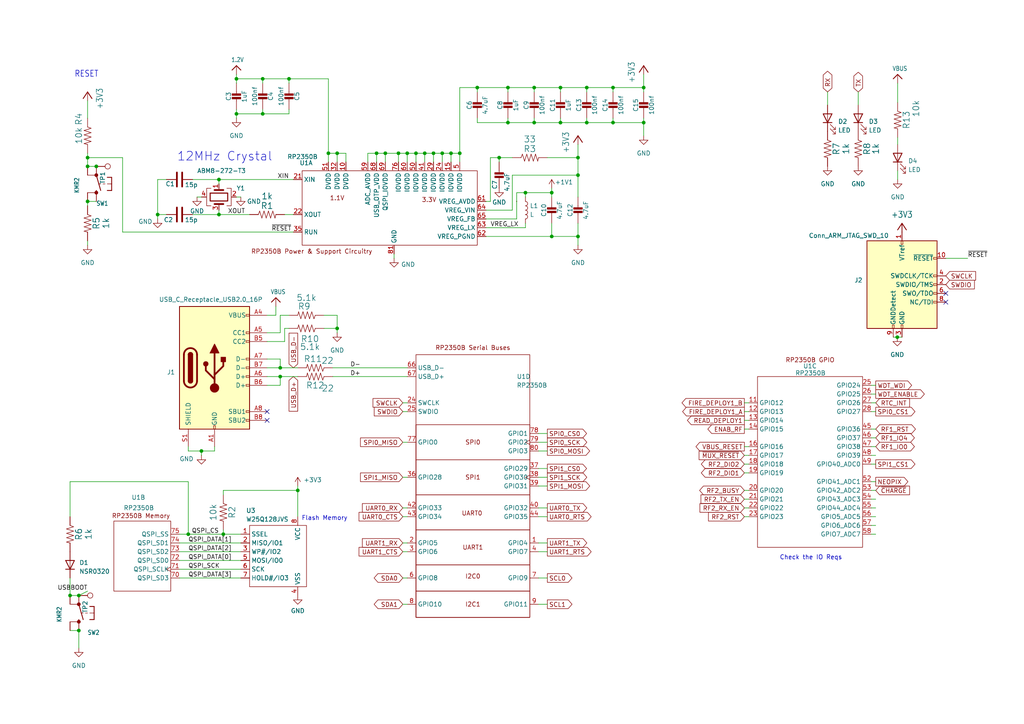
<source format=kicad_sch>
(kicad_sch (version 20250114) (generator "eeschema") (generator_version "9.0")
  (paper "A4")
  (lib_symbols
    (symbol "+3V3_2" (power) (pin_names (offset 0))
      (property "Value" "+3V3_1" (at 0 3.556 0))
      (symbol "+3V3_2_1_1"
        (pin power_in line (at 0 0 90) (length 0) (hide yes) (name "+3V3") (number "1"))
      )
    )
    (symbol "+3V3_3" (power) (pin_numbers (hide yes)) (pin_names (offset 0) (hide yes))
      (property "Value" "+3V3" (at 0 3.556 0))
      (symbol "+3V3_3_1_1"
        (pin power_in line (at 0 0 90) (length 0) (name "~") (number "1"))
      )
    )
    (symbol "Adafruit ItsyBitsy RP2040-eagle-import:+3V3" (power)
      (property "Value" "+3V3" (at -2.54 -5.08 90))
      (symbol "+3V3_1_0"
        (pin power_in line (at 0 -2.54 90) (length 2.54) (name "+3V3") (number "1"))
      )
    )
    (symbol "Adafruit ItsyBitsy RP2040-eagle-import:1.2V" (power)
      (property "Value" "1.2V" (at -1.524 1.016 0))
      (symbol "1.2V_1_0"
        (pin power_in line (at 0 -2.54 90) (length 2.54) (name "1.2V") (number "1"))
      )
    )
    (symbol "Adafruit ItsyBitsy RP2040-eagle-import:CAP_CERAMIC_0402NO"
      (property "Reference" "C" (at -2.29 1.25 90))
      (property "Value" "CAP_CERAMIC_0402NO" (at 2.3 1.25 90))
      (symbol "CAP_CERAMIC_0402NO_1_0"
        (pin passive line (at 0 5.08 270) (length 2.54) (name "1") (number "1"))
        (pin passive line (at 0 -2.54 90) (length 2.54) (name "2") (number "2"))
      )
    )
    (symbol "Adafruit ItsyBitsy RP2040-eagle-import:CAP_CERAMIC_0603MP"
      (property "Reference" "C" (at -2.29 1.25 90))
      (property "Value" "CAP_CERAMIC_0603MP" (at 2.3 1.25 90))
      (symbol "CAP_CERAMIC_0603MP_1_0"
        (pin passive line (at 0 5.08 270) (length 2.54) (name "1") (number "1"))
        (pin passive line (at 0 -2.54 90) (length 2.54) (name "2") (number "2"))
      )
    )
    (symbol "Adafruit ItsyBitsy RP2040-eagle-import:SWITCH_TACT_SMT4.6X2.8"
      (property "Reference" "SW" (at -2.54 6.35 0))
      (property "Value" "SWITCH_TACT_SMT4.6X2.8" (at -2.54 -5.08 0))
      (symbol "SWITCH_TACT_SMT4.6X2.8_1_0"
        (pin passive line (at -5.08 0 0) (length 2.54) (name "P") (number "A"))
        (pin passive line (at -5.08 -2.54 0) (length 2.54) (name "P1") (number "A'"))
        (pin passive line (at 5.08 0 180) (length 2.54) (name "S") (number "B"))
        (pin passive line (at 5.08 -2.54 180) (length 2.54) (name "S1") (number "B'"))
      )
    )
    (symbol "Adafruit ItsyBitsy RP2040-eagle-import:VBUS" (power)
      (property "Value" "VBUS" (at -1.524 1.016 0))
      (symbol "VBUS_1_0"
        (pin power_in line (at 0 -2.54 90) (length 2.54) (name "VBUS") (number "1"))
      )
    )
    (symbol "Adafruit ItsyBitsy RP2040-eagle-import:WS2812B_SK6805_1515"
      (symbol "WS2812B_SK6805_1515_1_0"
        (text "WS2812B" (at -4.064 8.382 0) (effects (font (size 1.27 1.0795)) (justify left bottom)))
        (pin input line (at -12.7 -2.54 0) (length 5.08) (name "DI") (number "4"))
        (pin power_in line (at 0 -10.16 90) (length 5.08) (name "GND") (number "3"))
        (pin power_in line (at 5.08 15.24 270) (length 5.08) (name "VDD") (number "1"))
        (pin output line (at 12.7 -2.54 180) (length 5.08) (name "DO") (number "2"))
      )
    )
    (symbol "Connector:Conn_ARM_JTAG_SWD_10" (pin_names (offset 1.016))
      (property "Reference" "J" (at -2.54 16.51 0))
      (property "Value" "Conn_ARM_JTAG_SWD_10" (at -2.54 13.97 0))
      (symbol "Conn_ARM_JTAG_SWD_10_1_1"
        (pin no_connect line (at -10.16 0 0) (length 2.54) (hide yes) (name "KEY") (number "7"))
        (pin passive line (at -2.54 -15.24 90) (length 2.54) (name "GNDDetect") (number "9"))
        (pin power_in line (at 0 15.24 270) (length 2.54) (name "VTref") (number "1"))
        (pin power_in line (at 0 -15.24 90) (length 2.54) (name "GND") (number "3"))
        (pin passive line (at 0 -15.24 90) (length 2.54) (hide yes) (name "GND") (number "5"))
        (pin open_collector line (at 12.7 7.62 180) (length 2.54) (name "~{RESET}") (number "10"))
        (pin output line (at 12.7 2.54 180) (length 2.54) (name "SWDCLK/TCK") (number "4"))
        (pin bidirectional line (at 12.7 0 180) (length 2.54) (name "SWDIO/TMS") (number "2"))
        (pin input line (at 12.7 -2.54 180) (length 2.54) (name "SWO/TDO") (number "6"))
        (pin output line (at 12.7 -5.08 180) (length 2.54) (name "NC/TDI") (number "8"))
      )
    )
    (symbol "Connector:TestPoint" (pin_numbers (hide yes)) (pin_names (offset 0.762) (hide yes))
      (property "Reference" "TP" (at 0 6.858 0))
      (property "Value" "TestPoint" (at 0 5.08 0))
      (symbol "TestPoint_1_1"
        (pin passive line (at 0 0 90) (length 2.54) (name "1") (number "1"))
      )
    )
    (symbol "Connector:USB_C_Receptacle_USB2.0_16P" (pin_names (offset 1.016))
      (property "Reference" "J" (at 0 22.225 0))
      (property "Value" "USB_C_Receptacle_USB2.0_16P" (at 0 19.685 0))
      (symbol "USB_C_Receptacle_USB2.0_16P_1_1"
        (pin passive line (at -7.62 -22.86 90) (length 5.08) (name "SHIELD") (number "S1"))
        (pin passive line (at 0 -22.86 90) (length 5.08) (name "GND") (number "A1"))
        (pin passive line (at 0 -22.86 90) (length 5.08) (hide yes) (name "GND") (number "A12"))
        (pin passive line (at 0 -22.86 90) (length 5.08) (hide yes) (name "GND") (number "B1"))
        (pin passive line (at 0 -22.86 90) (length 5.08) (hide yes) (name "GND") (number "B12"))
        (pin passive line (at 15.24 15.24 180) (length 5.08) (name "VBUS") (number "A4"))
        (pin passive line (at 15.24 15.24 180) (length 5.08) (hide yes) (name "VBUS") (number "A9"))
        (pin passive line (at 15.24 15.24 180) (length 5.08) (hide yes) (name "VBUS") (number "B4"))
        (pin passive line (at 15.24 15.24 180) (length 5.08) (hide yes) (name "VBUS") (number "B9"))
        (pin bidirectional line (at 15.24 10.16 180) (length 5.08) (name "CC1") (number "A5"))
        (pin bidirectional line (at 15.24 7.62 180) (length 5.08) (name "CC2") (number "B5"))
        (pin bidirectional line (at 15.24 2.54 180) (length 5.08) (name "D-") (number "A7"))
        (pin bidirectional line (at 15.24 0 180) (length 5.08) (name "D-") (number "B7"))
        (pin bidirectional line (at 15.24 -2.54 180) (length 5.08) (name "D+") (number "A6"))
        (pin bidirectional line (at 15.24 -5.08 180) (length 5.08) (name "D+") (number "B6"))
        (pin bidirectional line (at 15.24 -12.7 180) (length 5.08) (name "SBU1") (number "A8"))
        (pin bidirectional line (at 15.24 -15.24 180) (length 5.08) (name "SBU2") (number "B8"))
      )
    )
    (symbol "Device:C" (pin_numbers (hide yes)) (pin_names (offset 0.254))
      (property "Reference" "C" (at 0.635 2.54 0))
      (property "Value" "C" (at 0.635 -2.54 0))
      (symbol "C_1_1"
        (pin passive line (at 0 3.81 270) (length 2.794) (name "~") (number "1"))
        (pin passive line (at 0 -3.81 90) (length 2.794) (name "~") (number "2"))
      )
    )
    (symbol "Device:Crystal_GND24" (pin_names (offset 1.016) (hide yes))
      (property "Reference" "Y" (at 3.175 5.08 0))
      (property "Value" "Crystal_GND24" (at 3.175 3.175 0))
      (symbol "Crystal_GND24_1_1"
        (pin passive line (at -3.81 0 0) (length 1.27) (name "1") (number "1"))
        (pin passive line (at 0 5.08 270) (length 1.27) (name "2") (number "2"))
        (pin passive line (at 0 -5.08 90) (length 1.27) (name "4") (number "4"))
        (pin passive line (at 3.81 0 180) (length 1.27) (name "3") (number "3"))
      )
    )
    (symbol "Device:L" (pin_numbers (hide yes)) (pin_names (offset 1.016) (hide yes))
      (property "Reference" "L3" (at 1.27 1.2701 0))
      (property "Value" "L" (at 1.27 -1.2699 0))
      (symbol "L_1_1"
        (pin passive line (at 0 3.81 270) (length 1.27) (name "1") (number "1"))
        (pin passive line (at 0 -3.81 90) (length 1.27) (name "2") (number "2"))
      )
    )
    (symbol "Device:LED" (pin_numbers (hide yes)) (pin_names (offset 1.016) (hide yes))
      (property "Reference" "D" (at 0 2.54 0))
      (property "Value" "LED" (at 0 -2.54 0))
      (symbol "LED_1_1"
        (pin passive line (at -3.81 0 0) (length 2.54) (name "K") (number "1"))
        (pin passive line (at 3.81 0 180) (length 2.54) (name "A") (number "2"))
      )
    )
    (symbol "Diode:1SS355VM" (pin_numbers (hide yes)) (pin_names (hide yes))
      (property "Reference" "D" (at 0 2.54 0))
      (property "Value" "1SS355VM" (at 0 -2.54 0))
      (symbol "1SS355VM_1_1"
        (pin passive line (at -3.81 0 0) (length 2.54) (name "K") (number "1"))
        (pin passive line (at 3.81 0 180) (length 2.54) (name "A") (number "2"))
      )
    )
    (symbol "GND_1" (power) (pin_names (offset 0))
      (property "Value" "GND" (at 0 -3.81 0))
      (symbol "GND_1_1_1"
        (pin power_in line (at 0 0 270) (length 0) (hide yes) (name "GND") (number "1"))
      )
    )
    (symbol "GND_10" (power) (pin_names (offset 0))
      (property "Value" "GND" (at 0 -3.81 0))
      (symbol "GND_10_1_1"
        (pin power_in line (at 0 0 270) (length 0) (hide yes) (name "GND") (number "1"))
      )
    )
    (symbol "GND_11" (power) (pin_names (offset 0))
      (property "Value" "GND" (at 0 -3.81 0))
      (symbol "GND_11_1_1"
        (pin power_in line (at 0 0 270) (length 0) (hide yes) (name "GND") (number "1"))
      )
    )
    (symbol "GND_12" (power) (pin_names (offset 0))
      (property "Value" "GND" (at 0 -3.81 0))
      (symbol "GND_12_1_1"
        (pin power_in line (at 0 0 270) (length 0) (hide yes) (name "GND") (number "1"))
      )
    )
    (symbol "GND_13" (power) (pin_names (offset 0))
      (property "Value" "GND" (at 0 -3.81 0))
      (symbol "GND_13_1_1"
        (pin power_in line (at 0 0 270) (length 0) (hide yes) (name "GND") (number "1"))
      )
    )
    (symbol "GND_14" (power) (pin_names (offset 0))
      (property "Value" "GND" (at 0 -3.81 0))
      (symbol "GND_14_1_1"
        (pin power_in line (at 0 0 270) (length 0) (hide yes) (name "GND") (number "1"))
      )
    )
    (symbol "GND_15" (power) (pin_names (offset 0))
      (property "Value" "GND" (at 0 -3.81 0))
      (symbol "GND_15_1_1"
        (pin power_in line (at 0 0 270) (length 0) (hide yes) (name "GND") (number "1"))
      )
    )
    (symbol "GND_16" (power) (pin_names (offset 0))
      (property "Value" "GND" (at 0 -3.81 0))
      (symbol "GND_16_1_1"
        (pin power_in line (at 0 0 270) (length 0) (hide yes) (name "GND") (number "1"))
      )
    )
    (symbol "GND_17" (power) (pin_names (offset 0))
      (property "Value" "GND" (at 0 -3.81 0))
      (symbol "GND_17_1_1"
        (pin power_in line (at 0 0 270) (length 0) (hide yes) (name "GND") (number "1"))
      )
    )
    (symbol "GND_18" (power) (pin_names (offset 0))
      (property "Value" "GND" (at 0 -3.81 0))
      (symbol "GND_18_1_1"
        (pin power_in line (at 0 0 270) (length 0) (hide yes) (name "GND") (number "1"))
      )
    )
    (symbol "GND_19" (power) (pin_names (offset 0))
      (property "Value" "GND" (at 0 -3.81 0))
      (symbol "GND_19_1_1"
        (pin power_in line (at 0 0 270) (length 0) (hide yes) (name "GND") (number "1"))
      )
    )
    (symbol "GND_2" (power) (pin_names (offset 0))
      (property "Value" "GND" (at 0 -3.81 0))
      (symbol "GND_2_1_1"
        (pin power_in line (at 0 0 270) (length 0) (hide yes) (name "GND") (number "1"))
      )
    )
    (symbol "GND_3" (power) (pin_names (offset 0))
      (property "Value" "GND" (at 0 -3.81 0))
      (symbol "GND_3_1_1"
        (pin power_in line (at 0 0 270) (length 0) (hide yes) (name "GND") (number "1"))
      )
    )
    (symbol "GND_4" (power) (pin_names (offset 0))
      (property "Value" "GND" (at 0 -3.81 0))
      (symbol "GND_4_1_1"
        (pin power_in line (at 0 0 270) (length 0) (hide yes) (name "GND") (number "1"))
      )
    )
    (symbol "GND_7" (power) (pin_names (offset 0))
      (property "Value" "GND" (at 0 -3.81 0))
      (symbol "GND_7_1_1"
        (pin power_in line (at 0 0 270) (length 0) (hide yes) (name "GND") (number "1"))
      )
    )
    (symbol "GND_8" (power) (pin_numbers (hide yes)) (pin_names (offset 0) (hide yes))
      (property "Value" "GND" (at 0 -3.81 0))
      (symbol "GND_8_1_1"
        (pin power_in line (at 0 0 270) (length 0) (name "~") (number "1"))
      )
    )
    (symbol "Jumper:SolderJumper_2_Open" (pin_names (offset 0) (hide yes))
      (property "Reference" "JP" (at 0 2.032 0))
      (property "Value" "SolderJumper_2_Open" (at 0 -2.54 0))
      (symbol "SolderJumper_2_Open_1_1"
        (pin passive line (at -3.81 0 0) (length 2.54) (name "A") (number "1"))
        (pin passive line (at 3.81 0 180) (length 2.54) (name "B") (number "2"))
      )
    )
    (symbol "LED_1" (pin_numbers (hide yes)) (pin_names (offset 1.016) (hide yes))
      (property "Reference" "D" (at 0 2.54 0))
      (property "Value" "LED" (at 0 -2.54 0))
      (symbol "LED_1_1_1"
        (pin passive line (at -3.81 0 0) (length 2.54) (name "K") (number "1"))
        (pin passive line (at 3.81 0 180) (length 2.54) (name "A") (number "2"))
      )
    )
    (symbol "LED_2" (pin_numbers (hide yes)) (pin_names (offset 1.016) (hide yes))
      (property "Reference" "D" (at 0 2.54 0))
      (property "Value" "LED" (at 0 -2.54 0))
      (symbol "LED_2_1_1"
        (pin passive line (at -3.81 0 0) (length 2.54) (name "K") (number "1"))
        (pin passive line (at 3.81 0 180) (length 2.54) (name "A") (number "2"))
      )
    )
    (symbol "PROVES:RP2350B"
      (property "Reference" "U1" (at 12.7 2.5429 0))
      (property "Value" "RP2350B" (at 12.7 0.0029 0))
      (symbol "RP2350B_1_1"
        (text "RP2350B Power & Support Circuitry" (at -18.796 -17.018 0) (effects (font (size 1.27 1.27))))
        (text "1.1V" (at -11.43 -1.524 0) (effects (font (size 1.27 1.27))))
        (text "3.3V" (at 15.24 -2.032 0) (effects (font (size 1.27 1.27))))
        (pin input line (at -24.13 3.81 0) (length 2.54) (name "XIN") (number "21"))
        (pin output line (at -24.13 -6.35 0) (length 2.54) (name "XOUT") (number "22"))
        (pin power_in line (at -24.13 -11.43 0) (length 2.54) (name "RUN") (number "35"))
        (pin power_in line (at -13.97 8.89 270) (length 2.54) (name "DVDD") (number "51"))
        (pin power_in line (at -11.43 8.89 270) (length 2.54) (name "DVDD") (number "32"))
        (pin power_in line (at -8.89 8.89 270) (length 2.54) (name "DVDD") (number "10"))
        (pin power_in line (at -2.54 8.89 270) (length 2.54) (name "ADC_AVDD") (number "59"))
        (pin power_in line (at 0 8.89 270) (length 2.54) (name "USB_OTP_VDD") (number "68"))
        (pin power_in line (at 2.54 8.89 270) (length 2.54) (name "QSPI_IOVDD") (number "69"))
        (pin input line (at 5.08 -17.78 90) (length 2.54) (name "GND") (number "81"))
        (pin power_in line (at 6.35 8.89 270) (length 2.54) (name "IOVDD") (number "76"))
        (pin power_in line (at 8.89 8.89 270) (length 2.54) (name "IOVDD") (number "60"))
        (pin power_in line (at 11.43 8.89 270) (length 2.54) (name "IOVDD") (number "50"))
        (pin power_in line (at 13.97 8.89 270) (length 2.54) (name "IOVDD") (number "41"))
        (pin power_in line (at 16.51 8.89 270) (length 2.54) (name "IOVDD") (number "29"))
        (pin power_in line (at 19.05 8.89 270) (length 2.54) (name "IOVDD") (number "24"))
        (pin power_in line (at 21.59 8.89 270) (length 2.54) (name "IOVDD") (number "15"))
        (pin power_in line (at 24.13 8.89 270) (length 2.54) (name "IOVDD") (number "5"))
        (pin power_out line (at 31.75 -2.54 180) (length 2.54) (name "VREG_AVDD") (number "61"))
        (pin power_in line (at 31.75 -5.08 180) (length 2.54) (name "VREG_VIN") (number "64"))
        (pin power_in line (at 31.75 -7.62 180) (length 2.54) (name "VREG_FB") (number "65"))
        (pin power_out line (at 31.75 -10.16 180) (length 2.54) (name "VREG_LX") (number "63"))
        (pin input line (at 31.75 -12.7 180) (length 2.54) (name "VREG_PGND") (number "62"))
      )
      (symbol "RP2350B_2_1"
        (text "RP2350B Memory" (at -6.604 11.684 0) (effects (font (size 1.27 1.27))))
        (pin bidirectional line (at -17.78 6.35 0) (length 2.54) (name "QSPI_SS") (number "75"))
        (pin bidirectional line (at -17.78 3.81 0) (length 2.54) (name "QSPI_SD1") (number "74"))
        (pin bidirectional line (at -17.78 1.27 0) (length 2.54) (name "QSPI_SD2") (number "73"))
        (pin bidirectional line (at -17.78 -1.27 0) (length 2.54) (name "QSPI_SD0") (number "72"))
        (pin output clock (at -17.78 -3.81 0) (length 2.54) (name "QSPI_SCLK") (number "71"))
        (pin bidirectional line (at -17.78 -6.35 0) (length 2.54) (name "QSPI_SD3") (number "70"))
      )
      (symbol "RP2350B_3_1"
        (text "RP2350B GPIO" (at 0 12.446 0) (effects (font (size 1.27 1.27))))
        (pin bidirectional line (at -17.78 0 0) (length 2.54) (name "GPIO12") (number "11"))
        (pin bidirectional line (at -17.78 -2.54 0) (length 2.54) (name "GPIO13") (number "12"))
        (pin bidirectional line (at -17.78 -5.08 0) (length 2.54) (name "GPIO14") (number "13"))
        (pin bidirectional line (at -17.78 -7.62 0) (length 2.54) (name "GPIO15") (number "14"))
        (pin bidirectional line (at -17.78 -12.7 0) (length 2.54) (name "GPIO16") (number "16"))
        (pin bidirectional line (at -17.78 -15.24 0) (length 2.54) (name "GPIO17") (number "17"))
        (pin bidirectional line (at -17.78 -17.78 0) (length 2.54) (name "GPIO18") (number "18"))
        (pin bidirectional line (at -17.78 -20.32 0) (length 2.54) (name "GPIO19") (number "19"))
        (pin bidirectional line (at -17.78 -25.4 0) (length 2.54) (name "GPIO20") (number "20"))
        (pin bidirectional line (at -17.78 -27.94 0) (length 2.54) (name "GPIO21") (number "21"))
        (pin bidirectional line (at -17.78 -30.48 0) (length 2.54) (name "GPIO22") (number "22"))
        (pin bidirectional line (at -17.78 -33.02 0) (length 2.54) (name "GPIO23") (number "23"))
        (pin bidirectional line (at 17.78 5.08 180) (length 2.54) (name "GPIO24") (number "25"))
        (pin bidirectional line (at 17.78 2.54 180) (length 2.54) (name "GPIO25") (number "26"))
        (pin bidirectional line (at 17.78 0 180) (length 2.54) (name "GPIO26") (number "27"))
        (pin bidirectional line (at 17.78 -2.54 180) (length 2.54) (name "GPIO27") (number "28"))
        (pin bidirectional line (at 17.78 -7.62 180) (length 2.54) (name "GPIO36") (number "45"))
        (pin bidirectional line (at 17.78 -10.16 180) (length 2.54) (name "GPIO37") (number "46"))
        (pin bidirectional line (at 17.78 -12.7 180) (length 2.54) (name "GPIO38") (number "47"))
        (pin bidirectional line (at 17.78 -15.24 180) (length 2.54) (name "GPIO39") (number "48"))
        (pin bidirectional line (at 17.78 -17.78 180) (length 2.54) (name "GPIO40_ADC0") (number "49"))
        (pin bidirectional line (at 17.78 -22.86 180) (length 2.54) (name "GPIO41_ADC1") (number "52"))
        (pin bidirectional line (at 17.78 -25.4 180) (length 2.54) (name "GPIO42_ADC2") (number "53"))
        (pin bidirectional line (at 17.78 -27.94 180) (length 2.54) (name "GPIO43_ADC3") (number "54"))
        (pin bidirectional line (at 17.78 -30.48 180) (length 2.54) (name "GPIO44_ADC4") (number "55"))
        (pin bidirectional line (at 17.78 -33.02 180) (length 2.54) (name "GPIO5_ADC5") (number "56"))
        (pin bidirectional line (at 17.78 -35.56 180) (length 2.54) (name "GPIO6_ADC6") (number "57"))
        (pin bidirectional line (at 17.78 -38.1 180) (length 2.54) (name "GPIO7_ADC7") (number "58"))
      )
      (symbol "RP2350B_4_1"
        (text "UART0\n" (at -0.254 -37.084 0) (effects (font (size 1.27 1.27))))
        (text "RP2350B Serial Buses" (at 0 10.922 0) (effects (font (size 1.27 1.27))))
        (text "SPI0" (at 0 -16.51 0) (effects (font (size 1.27 1.27))))
        (text "SPI1" (at 0 -26.67 0) (effects (font (size 1.27 1.27))))
        (text "UART1" (at 0 -46.99 0) (effects (font (size 1.27 1.27))))
        (text "I2C0\n" (at 0 -55.372 0) (effects (font (size 1.27 1.27))))
        (text "I2C1\n" (at 0 -63.5 0) (effects (font (size 1.27 1.27))))
        (pin bidirectional line (at -19.05 5.08 0) (length 2.54) (name "USB_D-") (number "66"))
        (pin bidirectional line (at -19.05 2.54 0) (length 2.54) (name "USB_D+") (number "67"))
        (pin input line (at -19.05 -5.08 0) (length 2.54) (name "SWCLK") (number "24"))
        (pin input line (at -19.05 -7.62 0) (length 2.54) (name "SWDIO") (number "25"))
        (pin input line (at -19.05 -16.51 0) (length 2.54) (name "GPIO0") (number "77"))
        (pin input line (at -19.05 -26.67 0) (length 2.54) (name "GPIO28") (number "36"))
        (pin input line (at -19.05 -35.56 0) (length 2.54) (name "GPIO33") (number "42"))
        (pin input line (at -19.05 -38.1 0) (length 2.54) (name "GPIO34") (number "43"))
        (pin input line (at -19.05 -45.72 0) (length 2.54) (name "GPIO5") (number "2"))
        (pin input line (at -19.05 -48.26 0) (length 2.54) (name "GPIO6") (number "3"))
        (pin bidirectional line (at -19.05 -55.88 0) (length 2.54) (name "GPIO8") (number "6"))
        (pin bidirectional line (at -19.05 -63.5 0) (length 2.54) (name "GPIO10") (number "8"))
        (pin output line (at 19.05 -13.97 180) (length 2.54) (name "GPIO1") (number "78"))
        (pin output clock (at 19.05 -16.51 180) (length 2.54) (name "GPIO2") (number "79"))
        (pin output line (at 19.05 -19.05 180) (length 2.54) (name "GPIO3") (number "80"))
        (pin output line (at 19.05 -24.13 180) (length 2.54) (name "GPIO29") (number "37"))
        (pin output clock (at 19.05 -26.67 180) (length 2.54) (name "GPIO30") (number "38"))
        (pin output line (at 19.05 -29.21 180) (length 2.54) (name "GPIO31") (number "39"))
        (pin output line (at 19.05 -35.56 180) (length 2.54) (name "GPIO32") (number "40"))
        (pin output line (at 19.05 -38.1 180) (length 2.54) (name "GPIO35") (number "44"))
        (pin output line (at 19.05 -45.72 180) (length 2.54) (name "GPIO4") (number "1"))
        (pin output line (at 19.05 -48.26 180) (length 2.54) (name "GPIO7") (number "4"))
        (pin output line (at 19.05 -55.88 180) (length 2.54) (name "GPIO9") (number "7"))
        (pin output line (at 19.05 -63.5 180) (length 2.54) (name "GPIO11") (number "9"))
      )
    )
    (symbol "PROVES:W25Q128JV"
      (property "Reference" "U" (at -6.604 14.732 0))
      (property "Value" "W25Q128JVS" (at -5.08 11.938 0))
      (symbol "W25Q128JV_1_1"
        (pin input line (at -12.7 7.62 0) (length 2.54) (name "SSEL") (number "1"))
        (pin input line (at -12.7 5.08 0) (length 2.54) (name "MISO/IO1") (number "2"))
        (pin input line (at -12.7 2.54 0) (length 2.54) (name "WP#/IO2") (number "3"))
        (pin input line (at -12.7 0 0) (length 2.54) (name "MOSI/IO0") (number "5"))
        (pin input line (at -12.7 -2.54 0) (length 2.54) (name "SCK") (number "6"))
        (pin input line (at -12.7 -5.08 0) (length 2.54) (name "HOLD#/IO3") (number "7"))
        (pin power_in line (at 3.81 12.7 270) (length 2.54) (name "VCC") (number "8"))
        (pin power_out line (at 3.81 -10.16 90) (length 2.54) (name "VSS") (number "4"))
      )
    )
    (symbol "RP2350B_1"
      (property "Reference" "U1" (at 12.7 2.5429 0))
      (property "Value" "RP2350B" (at 12.7 0.0029 0))
      (symbol "RP2350B_1_1_1"
        (text "RP2350B Power & Support Circuitry" (at -18.796 -17.018 0) (effects (font (size 1.27 1.27))))
        (text "1.1V" (at -11.43 -1.524 0) (effects (font (size 1.27 1.27))))
        (text "3.3V" (at 15.24 -2.032 0) (effects (font (size 1.27 1.27))))
        (pin input line (at -24.13 3.81 0) (length 2.54) (name "XIN") (number "21"))
        (pin output line (at -24.13 -6.35 0) (length 2.54) (name "XOUT") (number "22"))
        (pin power_in line (at -24.13 -11.43 0) (length 2.54) (name "RUN") (number "35"))
        (pin power_in line (at -13.97 8.89 270) (length 2.54) (name "DVDD") (number "51"))
        (pin power_in line (at -11.43 8.89 270) (length 2.54) (name "DVDD") (number "32"))
        (pin power_in line (at -8.89 8.89 270) (length 2.54) (name "DVDD") (number "10"))
        (pin power_in line (at -2.54 8.89 270) (length 2.54) (name "ADC_AVDD") (number "59"))
        (pin power_in line (at 0 8.89 270) (length 2.54) (name "USB_OTP_VDD") (number "68"))
        (pin power_in line (at 2.54 8.89 270) (length 2.54) (name "QSPI_IOVDD") (number "69"))
        (pin input line (at 5.08 -17.78 90) (length 2.54) (name "GND") (number "81"))
        (pin power_in line (at 6.35 8.89 270) (length 2.54) (name "IOVDD") (number "76"))
        (pin power_in line (at 8.89 8.89 270) (length 2.54) (name "IOVDD") (number "60"))
        (pin power_in line (at 11.43 8.89 270) (length 2.54) (name "IOVDD") (number "50"))
        (pin power_in line (at 13.97 8.89 270) (length 2.54) (name "IOVDD") (number "41"))
        (pin power_in line (at 16.51 8.89 270) (length 2.54) (name "IOVDD") (number "29"))
        (pin power_in line (at 19.05 8.89 270) (length 2.54) (name "IOVDD") (number "24"))
        (pin power_in line (at 21.59 8.89 270) (length 2.54) (name "IOVDD") (number "15"))
        (pin power_in line (at 24.13 8.89 270) (length 2.54) (name "IOVDD") (number "5"))
        (pin power_out line (at 31.75 -2.54 180) (length 2.54) (name "VREG_AVDD") (number "61"))
        (pin power_in line (at 31.75 -5.08 180) (length 2.54) (name "VREG_VIN") (number "64"))
        (pin power_in line (at 31.75 -7.62 180) (length 2.54) (name "VREG_FB") (number "65"))
        (pin power_out line (at 31.75 -10.16 180) (length 2.54) (name "VREG_LX") (number "63"))
        (pin input line (at 31.75 -12.7 180) (length 2.54) (name "VREG_PGND") (number "62"))
      )
      (symbol "RP2350B_1_2_1"
        (text "RP2350B Memory" (at -6.604 11.684 0) (effects (font (size 1.27 1.27))))
        (pin bidirectional line (at -17.78 6.35 0) (length 2.54) (name "QSPI_SS") (number "75"))
        (pin bidirectional line (at -17.78 3.81 0) (length 2.54) (name "QSPI_SD1") (number "74"))
        (pin bidirectional line (at -17.78 1.27 0) (length 2.54) (name "QSPI_SD2") (number "73"))
        (pin bidirectional line (at -17.78 -1.27 0) (length 2.54) (name "QSPI_SD0") (number "72"))
        (pin output clock (at -17.78 -3.81 0) (length 2.54) (name "QSPI_SCLK") (number "71"))
        (pin bidirectional line (at -17.78 -6.35 0) (length 2.54) (name "QSPI_SD3") (number "70"))
      )
      (symbol "RP2350B_1_3_1"
        (text "RP2350B GPIO" (at 0 12.446 0) (effects (font (size 1.27 1.27))))
        (pin bidirectional line (at -17.78 0 0) (length 2.54) (name "GPIO12") (number "11"))
        (pin bidirectional line (at -17.78 -2.54 0) (length 2.54) (name "GPIO13") (number "12"))
        (pin bidirectional line (at -17.78 -5.08 0) (length 2.54) (name "GPIO14") (number "13"))
        (pin bidirectional line (at -17.78 -7.62 0) (length 2.54) (name "GPIO15") (number "14"))
        (pin bidirectional line (at -17.78 -12.7 0) (length 2.54) (name "GPIO16") (number "16"))
        (pin bidirectional line (at -17.78 -15.24 0) (length 2.54) (name "GPIO17") (number "17"))
        (pin bidirectional line (at -17.78 -17.78 0) (length 2.54) (name "GPIO18") (number "18"))
        (pin bidirectional line (at -17.78 -20.32 0) (length 2.54) (name "GPIO19") (number "19"))
        (pin bidirectional line (at -17.78 -25.4 0) (length 2.54) (name "GPIO20") (number "20"))
        (pin bidirectional line (at -17.78 -27.94 0) (length 2.54) (name "GPIO21") (number "21"))
        (pin bidirectional line (at -17.78 -30.48 0) (length 2.54) (name "GPIO22") (number "22"))
        (pin bidirectional line (at -17.78 -33.02 0) (length 2.54) (name "GPIO23") (number "23"))
        (pin bidirectional line (at 17.78 5.08 180) (length 2.54) (name "GPIO24") (number "25"))
        (pin bidirectional line (at 17.78 2.54 180) (length 2.54) (name "GPIO25") (number "26"))
        (pin bidirectional line (at 17.78 0 180) (length 2.54) (name "GPIO26") (number "27"))
        (pin bidirectional line (at 17.78 -2.54 180) (length 2.54) (name "GPIO27") (number "28"))
        (pin bidirectional line (at 17.78 -7.62 180) (length 2.54) (name "GPIO36") (number "45"))
        (pin bidirectional line (at 17.78 -10.16 180) (length 2.54) (name "GPIO37") (number "46"))
        (pin bidirectional line (at 17.78 -12.7 180) (length 2.54) (name "GPIO38") (number "47"))
        (pin bidirectional line (at 17.78 -15.24 180) (length 2.54) (name "GPIO39") (number "48"))
        (pin bidirectional line (at 17.78 -17.78 180) (length 2.54) (name "GPIO40_ADC0") (number "49"))
        (pin bidirectional line (at 17.78 -22.86 180) (length 2.54) (name "GPIO41_ADC1") (number "52"))
        (pin bidirectional line (at 17.78 -25.4 180) (length 2.54) (name "GPIO42_ADC2") (number "53"))
        (pin bidirectional line (at 17.78 -27.94 180) (length 2.54) (name "GPIO43_ADC3") (number "54"))
        (pin bidirectional line (at 17.78 -30.48 180) (length 2.54) (name "GPIO44_ADC4") (number "55"))
        (pin bidirectional line (at 17.78 -33.02 180) (length 2.54) (name "GPIO5_ADC5") (number "56"))
        (pin bidirectional line (at 17.78 -35.56 180) (length 2.54) (name "GPIO6_ADC6") (number "57"))
        (pin bidirectional line (at 17.78 -38.1 180) (length 2.54) (name "GPIO7_ADC7") (number "58"))
      )
      (symbol "RP2350B_1_4_1"
        (text "UART0\n" (at -0.254 -37.084 0) (effects (font (size 1.27 1.27))))
        (text "RP2350B Serial Buses" (at 0 10.922 0) (effects (font (size 1.27 1.27))))
        (text "SPI0" (at 0 -16.51 0) (effects (font (size 1.27 1.27))))
        (text "SPI1" (at 0 -26.67 0) (effects (font (size 1.27 1.27))))
        (text "UART1" (at 0 -46.99 0) (effects (font (size 1.27 1.27))))
        (text "I2C0\n" (at 0 -55.372 0) (effects (font (size 1.27 1.27))))
        (text "I2C1\n" (at 0 -63.5 0) (effects (font (size 1.27 1.27))))
        (pin bidirectional line (at -19.05 5.08 0) (length 2.54) (name "USB_D-") (number "66"))
        (pin bidirectional line (at -19.05 2.54 0) (length 2.54) (name "USB_D+") (number "67"))
        (pin input line (at -19.05 -5.08 0) (length 2.54) (name "SWCLK") (number "24"))
        (pin input line (at -19.05 -7.62 0) (length 2.54) (name "SWDIO") (number "25"))
        (pin input line (at -19.05 -16.51 0) (length 2.54) (name "GPIO0") (number "77"))
        (pin input line (at -19.05 -26.67 0) (length 2.54) (name "GPIO28") (number "36"))
        (pin input line (at -19.05 -35.56 0) (length 2.54) (name "GPIO33") (number "42"))
        (pin input line (at -19.05 -38.1 0) (length 2.54) (name "GPIO34") (number "43"))
        (pin input line (at -19.05 -45.72 0) (length 2.54) (name "GPIO5") (number "2"))
        (pin input line (at -19.05 -48.26 0) (length 2.54) (name "GPIO6") (number "3"))
        (pin bidirectional line (at -19.05 -55.88 0) (length 2.54) (name "GPIO8") (number "6"))
        (pin bidirectional line (at -19.05 -63.5 0) (length 2.54) (name "GPIO10") (number "8"))
        (pin output line (at 19.05 -13.97 180) (length 2.54) (name "GPIO1") (number "78"))
        (pin output clock (at 19.05 -16.51 180) (length 2.54) (name "GPIO2") (number "79"))
        (pin output line (at 19.05 -19.05 180) (length 2.54) (name "GPIO3") (number "80"))
        (pin output line (at 19.05 -24.13 180) (length 2.54) (name "GPIO29") (number "37"))
        (pin output clock (at 19.05 -26.67 180) (length 2.54) (name "GPIO30") (number "38"))
        (pin output line (at 19.05 -29.21 180) (length 2.54) (name "GPIO31") (number "39"))
        (pin output line (at 19.05 -35.56 180) (length 2.54) (name "GPIO32") (number "40"))
        (pin output line (at 19.05 -38.1 180) (length 2.54) (name "GPIO35") (number "44"))
        (pin output line (at 19.05 -45.72 180) (length 2.54) (name "GPIO4") (number "1"))
        (pin output line (at 19.05 -48.26 180) (length 2.54) (name "GPIO7") (number "4"))
        (pin output line (at 19.05 -55.88 180) (length 2.54) (name "GPIO9") (number "7"))
        (pin output line (at 19.05 -63.5 180) (length 2.54) (name "GPIO11") (number "9"))
      )
    )
    (symbol "RP2350B_2"
      (property "Reference" "U1" (at 12.7 2.5429 0))
      (property "Value" "RP2350B" (at 12.7 0.0029 0))
      (symbol "RP2350B_2_1_1"
        (text "RP2350B Power & Support Circuitry" (at -18.796 -17.018 0) (effects (font (size 1.27 1.27))))
        (text "1.1V" (at -11.43 -1.524 0) (effects (font (size 1.27 1.27))))
        (text "3.3V" (at 15.24 -2.032 0) (effects (font (size 1.27 1.27))))
        (pin input line (at -24.13 3.81 0) (length 2.54) (name "XIN") (number "21"))
        (pin output line (at -24.13 -6.35 0) (length 2.54) (name "XOUT") (number "22"))
        (pin power_in line (at -24.13 -11.43 0) (length 2.54) (name "RUN") (number "35"))
        (pin power_in line (at -13.97 8.89 270) (length 2.54) (name "DVDD") (number "51"))
        (pin power_in line (at -11.43 8.89 270) (length 2.54) (name "DVDD") (number "32"))
        (pin power_in line (at -8.89 8.89 270) (length 2.54) (name "DVDD") (number "10"))
        (pin power_in line (at -2.54 8.89 270) (length 2.54) (name "ADC_AVDD") (number "59"))
        (pin power_in line (at 0 8.89 270) (length 2.54) (name "USB_OTP_VDD") (number "68"))
        (pin power_in line (at 2.54 8.89 270) (length 2.54) (name "QSPI_IOVDD") (number "69"))
        (pin input line (at 5.08 -17.78 90) (length 2.54) (name "GND") (number "81"))
        (pin power_in line (at 6.35 8.89 270) (length 2.54) (name "IOVDD") (number "76"))
        (pin power_in line (at 8.89 8.89 270) (length 2.54) (name "IOVDD") (number "60"))
        (pin power_in line (at 11.43 8.89 270) (length 2.54) (name "IOVDD") (number "50"))
        (pin power_in line (at 13.97 8.89 270) (length 2.54) (name "IOVDD") (number "41"))
        (pin power_in line (at 16.51 8.89 270) (length 2.54) (name "IOVDD") (number "29"))
        (pin power_in line (at 19.05 8.89 270) (length 2.54) (name "IOVDD") (number "24"))
        (pin power_in line (at 21.59 8.89 270) (length 2.54) (name "IOVDD") (number "15"))
        (pin power_in line (at 24.13 8.89 270) (length 2.54) (name "IOVDD") (number "5"))
        (pin power_out line (at 31.75 -2.54 180) (length 2.54) (name "VREG_AVDD") (number "61"))
        (pin power_in line (at 31.75 -5.08 180) (length 2.54) (name "VREG_VIN") (number "64"))
        (pin power_in line (at 31.75 -7.62 180) (length 2.54) (name "VREG_FB") (number "65"))
        (pin power_out line (at 31.75 -10.16 180) (length 2.54) (name "VREG_LX") (number "63"))
        (pin input line (at 31.75 -12.7 180) (length 2.54) (name "VREG_PGND") (number "62"))
      )
      (symbol "RP2350B_2_2_1"
        (text "RP2350B Memory" (at -6.604 11.684 0) (effects (font (size 1.27 1.27))))
        (pin bidirectional line (at -17.78 6.35 0) (length 2.54) (name "QSPI_SS") (number "75"))
        (pin bidirectional line (at -17.78 3.81 0) (length 2.54) (name "QSPI_SD1") (number "74"))
        (pin bidirectional line (at -17.78 1.27 0) (length 2.54) (name "QSPI_SD2") (number "73"))
        (pin bidirectional line (at -17.78 -1.27 0) (length 2.54) (name "QSPI_SD0") (number "72"))
        (pin output clock (at -17.78 -3.81 0) (length 2.54) (name "QSPI_SCLK") (number "71"))
        (pin bidirectional line (at -17.78 -6.35 0) (length 2.54) (name "QSPI_SD3") (number "70"))
      )
      (symbol "RP2350B_2_3_1"
        (text "RP2350B GPIO" (at 0 12.446 0) (effects (font (size 1.27 1.27))))
        (pin bidirectional line (at -17.78 0 0) (length 2.54) (name "GPIO12") (number "11"))
        (pin bidirectional line (at -17.78 -2.54 0) (length 2.54) (name "GPIO13") (number "12"))
        (pin bidirectional line (at -17.78 -5.08 0) (length 2.54) (name "GPIO14") (number "13"))
        (pin bidirectional line (at -17.78 -7.62 0) (length 2.54) (name "GPIO15") (number "14"))
        (pin bidirectional line (at -17.78 -12.7 0) (length 2.54) (name "GPIO16") (number "16"))
        (pin bidirectional line (at -17.78 -15.24 0) (length 2.54) (name "GPIO17") (number "17"))
        (pin bidirectional line (at -17.78 -17.78 0) (length 2.54) (name "GPIO18") (number "18"))
        (pin bidirectional line (at -17.78 -20.32 0) (length 2.54) (name "GPIO19") (number "19"))
        (pin bidirectional line (at -17.78 -25.4 0) (length 2.54) (name "GPIO20") (number "20"))
        (pin bidirectional line (at -17.78 -27.94 0) (length 2.54) (name "GPIO21") (number "21"))
        (pin bidirectional line (at -17.78 -30.48 0) (length 2.54) (name "GPIO22") (number "22"))
        (pin bidirectional line (at -17.78 -33.02 0) (length 2.54) (name "GPIO23") (number "23"))
        (pin bidirectional line (at 17.78 5.08 180) (length 2.54) (name "GPIO24") (number "25"))
        (pin bidirectional line (at 17.78 2.54 180) (length 2.54) (name "GPIO25") (number "26"))
        (pin bidirectional line (at 17.78 0 180) (length 2.54) (name "GPIO26") (number "27"))
        (pin bidirectional line (at 17.78 -2.54 180) (length 2.54) (name "GPIO27") (number "28"))
        (pin bidirectional line (at 17.78 -7.62 180) (length 2.54) (name "GPIO36") (number "45"))
        (pin bidirectional line (at 17.78 -10.16 180) (length 2.54) (name "GPIO37") (number "46"))
        (pin bidirectional line (at 17.78 -12.7 180) (length 2.54) (name "GPIO38") (number "47"))
        (pin bidirectional line (at 17.78 -15.24 180) (length 2.54) (name "GPIO39") (number "48"))
        (pin bidirectional line (at 17.78 -17.78 180) (length 2.54) (name "GPIO40_ADC0") (number "49"))
        (pin bidirectional line (at 17.78 -22.86 180) (length 2.54) (name "GPIO41_ADC1") (number "52"))
        (pin bidirectional line (at 17.78 -25.4 180) (length 2.54) (name "GPIO42_ADC2") (number "53"))
        (pin bidirectional line (at 17.78 -27.94 180) (length 2.54) (name "GPIO43_ADC3") (number "54"))
        (pin bidirectional line (at 17.78 -30.48 180) (length 2.54) (name "GPIO44_ADC4") (number "55"))
        (pin bidirectional line (at 17.78 -33.02 180) (length 2.54) (name "GPIO5_ADC5") (number "56"))
        (pin bidirectional line (at 17.78 -35.56 180) (length 2.54) (name "GPIO6_ADC6") (number "57"))
        (pin bidirectional line (at 17.78 -38.1 180) (length 2.54) (name "GPIO7_ADC7") (number "58"))
      )
      (symbol "RP2350B_2_4_1"
        (text "UART0\n" (at -0.254 -37.084 0) (effects (font (size 1.27 1.27))))
        (text "RP2350B Serial Buses" (at 0 10.922 0) (effects (font (size 1.27 1.27))))
        (text "SPI0" (at 0 -16.51 0) (effects (font (size 1.27 1.27))))
        (text "SPI1" (at 0 -26.67 0) (effects (font (size 1.27 1.27))))
        (text "UART1" (at 0 -46.99 0) (effects (font (size 1.27 1.27))))
        (text "I2C0\n" (at 0 -55.372 0) (effects (font (size 1.27 1.27))))
        (text "I2C1\n" (at 0 -63.5 0) (effects (font (size 1.27 1.27))))
        (pin bidirectional line (at -19.05 5.08 0) (length 2.54) (name "USB_D-") (number "66"))
        (pin bidirectional line (at -19.05 2.54 0) (length 2.54) (name "USB_D+") (number "67"))
        (pin input line (at -19.05 -5.08 0) (length 2.54) (name "SWCLK") (number "24"))
        (pin input line (at -19.05 -7.62 0) (length 2.54) (name "SWDIO") (number "25"))
        (pin input line (at -19.05 -16.51 0) (length 2.54) (name "GPIO0") (number "77"))
        (pin input line (at -19.05 -26.67 0) (length 2.54) (name "GPIO28") (number "36"))
        (pin input line (at -19.05 -35.56 0) (length 2.54) (name "GPIO33") (number "42"))
        (pin input line (at -19.05 -38.1 0) (length 2.54) (name "GPIO34") (number "43"))
        (pin input line (at -19.05 -45.72 0) (length 2.54) (name "GPIO5") (number "2"))
        (pin input line (at -19.05 -48.26 0) (length 2.54) (name "GPIO6") (number "3"))
        (pin bidirectional line (at -19.05 -55.88 0) (length 2.54) (name "GPIO8") (number "6"))
        (pin bidirectional line (at -19.05 -63.5 0) (length 2.54) (name "GPIO10") (number "8"))
        (pin output line (at 19.05 -13.97 180) (length 2.54) (name "GPIO1") (number "78"))
        (pin output clock (at 19.05 -16.51 180) (length 2.54) (name "GPIO2") (number "79"))
        (pin output line (at 19.05 -19.05 180) (length 2.54) (name "GPIO3") (number "80"))
        (pin output line (at 19.05 -24.13 180) (length 2.54) (name "GPIO29") (number "37"))
        (pin output clock (at 19.05 -26.67 180) (length 2.54) (name "GPIO30") (number "38"))
        (pin output line (at 19.05 -29.21 180) (length 2.54) (name "GPIO31") (number "39"))
        (pin output line (at 19.05 -35.56 180) (length 2.54) (name "GPIO32") (number "40"))
        (pin output line (at 19.05 -38.1 180) (length 2.54) (name "GPIO35") (number "44"))
        (pin output line (at 19.05 -45.72 180) (length 2.54) (name "GPIO4") (number "1"))
        (pin output line (at 19.05 -48.26 180) (length 2.54) (name "GPIO7") (number "4"))
        (pin output line (at 19.05 -55.88 180) (length 2.54) (name "GPIO9") (number "7"))
        (pin output line (at 19.05 -63.5 180) (length 2.54) (name "GPIO11") (number "9"))
      )
    )
    (symbol "RP2350B_3"
      (property "Reference" "U1" (at 12.7 2.5429 0))
      (property "Value" "RP2350B" (at 12.7 0.0029 0))
      (symbol "RP2350B_3_1_1"
        (text "RP2350B Power & Support Circuitry" (at -18.796 -17.018 0) (effects (font (size 1.27 1.27))))
        (text "1.1V" (at -11.43 -1.524 0) (effects (font (size 1.27 1.27))))
        (text "3.3V" (at 15.24 -2.032 0) (effects (font (size 1.27 1.27))))
        (pin input line (at -24.13 3.81 0) (length 2.54) (name "XIN") (number "21"))
        (pin output line (at -24.13 -6.35 0) (length 2.54) (name "XOUT") (number "22"))
        (pin power_in line (at -24.13 -11.43 0) (length 2.54) (name "RUN") (number "35"))
        (pin power_in line (at -13.97 8.89 270) (length 2.54) (name "DVDD") (number "51"))
        (pin power_in line (at -11.43 8.89 270) (length 2.54) (name "DVDD") (number "32"))
        (pin power_in line (at -8.89 8.89 270) (length 2.54) (name "DVDD") (number "10"))
        (pin power_in line (at -2.54 8.89 270) (length 2.54) (name "ADC_AVDD") (number "59"))
        (pin power_in line (at 0 8.89 270) (length 2.54) (name "USB_OTP_VDD") (number "68"))
        (pin power_in line (at 2.54 8.89 270) (length 2.54) (name "QSPI_IOVDD") (number "69"))
        (pin input line (at 5.08 -17.78 90) (length 2.54) (name "GND") (number "81"))
        (pin power_in line (at 6.35 8.89 270) (length 2.54) (name "IOVDD") (number "76"))
        (pin power_in line (at 8.89 8.89 270) (length 2.54) (name "IOVDD") (number "60"))
        (pin power_in line (at 11.43 8.89 270) (length 2.54) (name "IOVDD") (number "50"))
        (pin power_in line (at 13.97 8.89 270) (length 2.54) (name "IOVDD") (number "41"))
        (pin power_in line (at 16.51 8.89 270) (length 2.54) (name "IOVDD") (number "29"))
        (pin power_in line (at 19.05 8.89 270) (length 2.54) (name "IOVDD") (number "24"))
        (pin power_in line (at 21.59 8.89 270) (length 2.54) (name "IOVDD") (number "15"))
        (pin power_in line (at 24.13 8.89 270) (length 2.54) (name "IOVDD") (number "5"))
        (pin power_out line (at 31.75 -2.54 180) (length 2.54) (name "VREG_AVDD") (number "61"))
        (pin power_in line (at 31.75 -5.08 180) (length 2.54) (name "VREG_VIN") (number "64"))
        (pin power_in line (at 31.75 -7.62 180) (length 2.54) (name "VREG_FB") (number "65"))
        (pin power_out line (at 31.75 -10.16 180) (length 2.54) (name "VREG_LX") (number "63"))
        (pin input line (at 31.75 -12.7 180) (length 2.54) (name "VREG_PGND") (number "62"))
      )
      (symbol "RP2350B_3_2_1"
        (text "RP2350B Memory" (at -6.604 11.684 0) (effects (font (size 1.27 1.27))))
        (pin bidirectional line (at -17.78 6.35 0) (length 2.54) (name "QSPI_SS") (number "75"))
        (pin bidirectional line (at -17.78 3.81 0) (length 2.54) (name "QSPI_SD1") (number "74"))
        (pin bidirectional line (at -17.78 1.27 0) (length 2.54) (name "QSPI_SD2") (number "73"))
        (pin bidirectional line (at -17.78 -1.27 0) (length 2.54) (name "QSPI_SD0") (number "72"))
        (pin output clock (at -17.78 -3.81 0) (length 2.54) (name "QSPI_SCLK") (number "71"))
        (pin bidirectional line (at -17.78 -6.35 0) (length 2.54) (name "QSPI_SD3") (number "70"))
      )
      (symbol "RP2350B_3_3_1"
        (text "RP2350B GPIO" (at 0 12.446 0) (effects (font (size 1.27 1.27))))
        (pin bidirectional line (at -17.78 0 0) (length 2.54) (name "GPIO12") (number "11"))
        (pin bidirectional line (at -17.78 -2.54 0) (length 2.54) (name "GPIO13") (number "12"))
        (pin bidirectional line (at -17.78 -5.08 0) (length 2.54) (name "GPIO14") (number "13"))
        (pin bidirectional line (at -17.78 -7.62 0) (length 2.54) (name "GPIO15") (number "14"))
        (pin bidirectional line (at -17.78 -12.7 0) (length 2.54) (name "GPIO16") (number "16"))
        (pin bidirectional line (at -17.78 -15.24 0) (length 2.54) (name "GPIO17") (number "17"))
        (pin bidirectional line (at -17.78 -17.78 0) (length 2.54) (name "GPIO18") (number "18"))
        (pin bidirectional line (at -17.78 -20.32 0) (length 2.54) (name "GPIO19") (number "19"))
        (pin bidirectional line (at -17.78 -25.4 0) (length 2.54) (name "GPIO20") (number "20"))
        (pin bidirectional line (at -17.78 -27.94 0) (length 2.54) (name "GPIO21") (number "21"))
        (pin bidirectional line (at -17.78 -30.48 0) (length 2.54) (name "GPIO22") (number "22"))
        (pin bidirectional line (at -17.78 -33.02 0) (length 2.54) (name "GPIO23") (number "23"))
        (pin bidirectional line (at 17.78 5.08 180) (length 2.54) (name "GPIO24") (number "25"))
        (pin bidirectional line (at 17.78 2.54 180) (length 2.54) (name "GPIO25") (number "26"))
        (pin bidirectional line (at 17.78 0 180) (length 2.54) (name "GPIO26") (number "27"))
        (pin bidirectional line (at 17.78 -2.54 180) (length 2.54) (name "GPIO27") (number "28"))
        (pin bidirectional line (at 17.78 -7.62 180) (length 2.54) (name "GPIO36") (number "45"))
        (pin bidirectional line (at 17.78 -10.16 180) (length 2.54) (name "GPIO37") (number "46"))
        (pin bidirectional line (at 17.78 -12.7 180) (length 2.54) (name "GPIO38") (number "47"))
        (pin bidirectional line (at 17.78 -15.24 180) (length 2.54) (name "GPIO39") (number "48"))
        (pin bidirectional line (at 17.78 -17.78 180) (length 2.54) (name "GPIO40_ADC0") (number "49"))
        (pin bidirectional line (at 17.78 -22.86 180) (length 2.54) (name "GPIO41_ADC1") (number "52"))
        (pin bidirectional line (at 17.78 -25.4 180) (length 2.54) (name "GPIO42_ADC2") (number "53"))
        (pin bidirectional line (at 17.78 -27.94 180) (length 2.54) (name "GPIO43_ADC3") (number "54"))
        (pin bidirectional line (at 17.78 -30.48 180) (length 2.54) (name "GPIO44_ADC4") (number "55"))
        (pin bidirectional line (at 17.78 -33.02 180) (length 2.54) (name "GPIO5_ADC5") (number "56"))
        (pin bidirectional line (at 17.78 -35.56 180) (length 2.54) (name "GPIO6_ADC6") (number "57"))
        (pin bidirectional line (at 17.78 -38.1 180) (length 2.54) (name "GPIO7_ADC7") (number "58"))
      )
      (symbol "RP2350B_3_4_1"
        (text "UART0\n" (at -0.254 -37.084 0) (effects (font (size 1.27 1.27))))
        (text "RP2350B Serial Buses" (at 0 10.922 0) (effects (font (size 1.27 1.27))))
        (text "SPI0" (at 0 -16.51 0) (effects (font (size 1.27 1.27))))
        (text "SPI1" (at 0 -26.67 0) (effects (font (size 1.27 1.27))))
        (text "UART1" (at 0 -46.99 0) (effects (font (size 1.27 1.27))))
        (text "I2C0\n" (at 0 -55.372 0) (effects (font (size 1.27 1.27))))
        (text "I2C1\n" (at 0 -63.5 0) (effects (font (size 1.27 1.27))))
        (pin bidirectional line (at -19.05 5.08 0) (length 2.54) (name "USB_D-") (number "66"))
        (pin bidirectional line (at -19.05 2.54 0) (length 2.54) (name "USB_D+") (number "67"))
        (pin input line (at -19.05 -5.08 0) (length 2.54) (name "SWCLK") (number "24"))
        (pin input line (at -19.05 -7.62 0) (length 2.54) (name "SWDIO") (number "25"))
        (pin input line (at -19.05 -16.51 0) (length 2.54) (name "GPIO0") (number "77"))
        (pin input line (at -19.05 -26.67 0) (length 2.54) (name "GPIO28") (number "36"))
        (pin input line (at -19.05 -35.56 0) (length 2.54) (name "GPIO33") (number "42"))
        (pin input line (at -19.05 -38.1 0) (length 2.54) (name "GPIO34") (number "43"))
        (pin input line (at -19.05 -45.72 0) (length 2.54) (name "GPIO5") (number "2"))
        (pin input line (at -19.05 -48.26 0) (length 2.54) (name "GPIO6") (number "3"))
        (pin bidirectional line (at -19.05 -55.88 0) (length 2.54) (name "GPIO8") (number "6"))
        (pin bidirectional line (at -19.05 -63.5 0) (length 2.54) (name "GPIO10") (number "8"))
        (pin output line (at 19.05 -13.97 180) (length 2.54) (name "GPIO1") (number "78"))
        (pin output clock (at 19.05 -16.51 180) (length 2.54) (name "GPIO2") (number "79"))
        (pin output line (at 19.05 -19.05 180) (length 2.54) (name "GPIO3") (number "80"))
        (pin output line (at 19.05 -24.13 180) (length 2.54) (name "GPIO29") (number "37"))
        (pin output clock (at 19.05 -26.67 180) (length 2.54) (name "GPIO30") (number "38"))
        (pin output line (at 19.05 -29.21 180) (length 2.54) (name "GPIO31") (number "39"))
        (pin output line (at 19.05 -35.56 180) (length 2.54) (name "GPIO32") (number "40"))
        (pin output line (at 19.05 -38.1 180) (length 2.54) (name "GPIO35") (number "44"))
        (pin output line (at 19.05 -45.72 180) (length 2.54) (name "GPIO4") (number "1"))
        (pin output line (at 19.05 -48.26 180) (length 2.54) (name "GPIO7") (number "4"))
        (pin output line (at 19.05 -55.88 180) (length 2.54) (name "GPIO9") (number "7"))
        (pin output line (at 19.05 -63.5 180) (length 2.54) (name "GPIO11") (number "9"))
      )
    )
    (symbol "mainboard:RESISTOR0603" (pin_names (offset 1.016))
      (property "Reference" "R" (at 0 1.524 0))
      (property "Value" "RESISTOR0603" (at 0 -1.524 0))
      (symbol "RESISTOR0603_1_0"
        (pin passive line (at -5.08 0 0) (length 2.54) (name "1") (number "1"))
        (pin passive line (at 5.08 0 180) (length 2.54) (name "2") (number "2"))
      )
    )
    (symbol "power:+1V1" (power) (pin_numbers (hide yes)) (pin_names (offset 0) (hide yes))
      (property "Value" "+1V1" (at 0 3.556 0))
      (symbol "+1V1_1_1"
        (pin power_in line (at 0 0 90) (length 0) (name "~") (number "1"))
      )
    )
    (symbol "power:GND" (power) (pin_names (offset 0))
      (property "Value" "GND" (at 0 -3.81 0))
      (symbol "GND_1_1"
        (pin power_in line (at 0 0 270) (length 0) (hide yes) (name "GND") (number "1"))
      )
    )
  )
  (text "RESET" (at 21.59 22.606 0) (effects (font (size 1.778 1.5113)) (justify left bottom)))
  (text "Flash Memory" (at 100.838 151.13 0) (effects (font (size 1.27 1.27)) (justify right bottom)))
  (text "12MHz Crystal" (at 51.308 46.99 0) (effects (font (size 2.54 2.54)) (justify left bottom)))
  (text "Check the IO Reqs" (at 235.204 161.798 0) (effects (font (size 1.27 1.27))))
  (junction (at 147.32 25.4))
  (junction (at 63.5 62.23))
  (junction (at 95.25 44.45))
  (junction (at 154.94 35.56))
  (junction (at 25.4 58.42))
  (junction (at 76.2 22.86))
  (junction (at 162.56 35.56))
  (junction (at 97.79 95.25))
  (junction (at 147.32 35.56))
  (junction (at 120.65 44.45))
  (junction (at 111.76 44.45))
  (junction (at 54.61 154.94))
  (junction (at 25.4 45.72))
  (junction (at 144.78 45.72))
  (junction (at 83.82 22.86))
  (junction (at 81.28 106.68))
  (junction (at 45.72 62.23))
  (junction (at 64.77 154.94))
  (junction (at 167.64 68.58))
  (junction (at 167.64 50.8))
  (junction (at 186.69 35.56))
  (junction (at 22.86 172.72))
  (junction (at 152.4 55.88))
  (junction (at 86.36 142.24))
  (junction (at 170.18 35.56))
  (junction (at 160.02 55.88))
  (junction (at 25.4 48.26))
  (junction (at 128.27 44.45))
  (junction (at 170.18 25.4))
  (junction (at 154.94 25.4))
  (junction (at 68.58 22.86))
  (junction (at 186.69 25.4))
  (junction (at 20.32 172.72))
  (junction (at 260.2484 97.79))
  (junction (at 27.94 48.26))
  (junction (at 123.19 44.45))
  (junction (at 58.42 130.81))
  (junction (at 167.64 45.72))
  (junction (at 109.22 44.45))
  (junction (at 125.73 44.45))
  (junction (at 118.11 44.45))
  (junction (at 68.58 33.02))
  (junction (at 22.86 182.88))
  (junction (at 177.8 35.56))
  (junction (at 138.43 25.4))
  (junction (at 63.5 52.07))
  (junction (at 115.57 44.45))
  (junction (at 76.2 33.02))
  (junction (at 177.8 25.4))
  (junction (at 162.56 25.4))
  (junction (at 97.79 44.45))
  (junction (at 160.02 68.58))
  (junction (at 130.81 44.45))
  (junction (at 81.28 109.22))
  (junction (at 133.35 44.45))
  (no_connect (at 274.32 85.09))
  (no_connect (at 274.32 87.63))
  (no_connect (at 77.47 119.38))
  (no_connect (at 77.47 121.92))
  (wire (pts (xy 248.92 26.67) (xy 248.92 30.48)))
  (wire (pts (xy 68.58 33.02) (xy 76.2 33.02)))
  (wire (pts (xy 96.52 106.68) (xy 118.11 106.68)))
  (wire (pts (xy 100.33 46.99) (xy 100.33 44.45)))
  (wire (pts (xy 160.02 55.88) (xy 160.02 57.15)))
  (wire (pts (xy 25.4 71.12) (xy 25.4 69.85)))
  (wire (pts (xy 140.97 66.04) (xy 152.4 66.04)))
  (wire (pts (xy 77.47 96.52) (xy 81.28 96.52)))
  (wire (pts (xy 215.9 137.16) (xy 217.17 137.16)))
  (wire (pts (xy 215.9 116.84) (xy 217.17 116.84)))
  (wire (pts (xy 177.8 35.56) (xy 186.69 35.56)))
  (wire (pts (xy 100.33 44.45) (xy 97.79 44.45)))
  (wire (pts (xy 115.57 46.99) (xy 115.57 44.45)))
  (wire (pts (xy 125.73 44.45) (xy 128.27 44.45)))
  (wire (pts (xy 160.02 64.77) (xy 160.02 68.58)))
  (wire (pts (xy 69.85 165.1) (xy 52.07 165.1)))
  (wire (pts (xy 81.28 106.68) (xy 81.28 104.14)))
  (wire (pts (xy 254 154.94) (xy 252.73 154.94)))
  (wire (pts (xy 154.94 35.56) (xy 162.56 35.56)))
  (wire (pts (xy 254 119.38) (xy 252.73 119.38)))
  (wire (pts (xy 260.35 29.718) (xy 260.35 24.13)))
  (wire (pts (xy 125.73 44.45) (xy 125.73 46.99)))
  (wire (pts (xy 54.61 154.94) (xy 54.61 139.7)))
  (wire (pts (xy 20.32 167.64) (xy 20.32 172.72)))
  (wire (pts (xy 58.42 130.81) (xy 54.61 130.81)))
  (wire (pts (xy 68.58 21.59) (xy 68.58 22.86)))
  (wire (pts (xy 69.85 160.02) (xy 52.07 160.02)))
  (wire (pts (xy 167.64 68.58) (xy 167.64 64.77)))
  (wire (pts (xy 22.86 182.88) (xy 22.86 187.96)))
  (wire (pts (xy 170.18 25.4) (xy 162.56 25.4)))
  (wire (pts (xy 156.21 160.02) (xy 158.75 160.02)))
  (wire (pts (xy 25.4 58.42) (xy 25.4 59.69)))
  (wire (pts (xy 133.35 46.99) (xy 133.35 44.45)))
  (wire (pts (xy 76.2 22.86) (xy 83.82 22.86)))
  (wire (pts (xy 116.84 167.64) (xy 118.11 167.64)))
  (wire (pts (xy 177.8 25.4) (xy 170.18 25.4)))
  (wire (pts (xy 81.28 109.22) (xy 81.28 111.76)))
  (wire (pts (xy 116.84 116.84) (xy 118.11 116.84)))
  (wire (pts (xy 186.69 34.29) (xy 186.69 35.56)))
  (wire (pts (xy 254 134.62) (xy 252.73 134.62)))
  (wire (pts (xy 55.88 52.07) (xy 63.5 52.07)))
  (wire (pts (xy 93.98 95.25) (xy 97.79 95.25)))
  (wire (pts (xy 95.25 46.99) (xy 95.25 44.45)))
  (wire (pts (xy 128.27 44.45) (xy 128.27 46.99)))
  (wire (pts (xy 156.21 128.27) (xy 158.75 128.27)))
  (wire (pts (xy 116.84 157.48) (xy 118.11 157.48)))
  (wire (pts (xy 167.64 41.91) (xy 167.64 45.72)))
  (wire (pts (xy 83.82 24.13) (xy 83.82 22.86)))
  (wire (pts (xy 97.79 46.99) (xy 97.79 44.45)))
  (wire (pts (xy 81.28 106.68) (xy 77.47 106.68)))
  (wire (pts (xy 77.47 91.44) (xy 80.01 91.44)))
  (wire (pts (xy 48.26 62.23) (xy 45.72 62.23)))
  (wire (pts (xy 149.86 63.5) (xy 149.86 55.88)))
  (wire (pts (xy 154.94 25.4) (xy 147.32 25.4)))
  (wire (pts (xy 123.19 44.45) (xy 125.73 44.45)))
  (wire (pts (xy 54.61 154.94) (xy 64.77 154.94)))
  (wire (pts (xy 138.43 35.56) (xy 147.32 35.56)))
  (wire (pts (xy 77.47 99.06) (xy 82.55 99.06)))
  (wire (pts (xy 63.5 60.96) (xy 63.5 62.23)))
  (wire (pts (xy 81.28 109.22) (xy 86.36 109.22)))
  (wire (pts (xy 86.36 140.97) (xy 86.36 142.24)))
  (wire (pts (xy 69.85 162.56) (xy 52.07 162.56)))
  (wire (pts (xy 142.24 45.72) (xy 144.78 45.72)))
  (wire (pts (xy 254 142.24) (xy 252.73 142.24)))
  (wire (pts (xy 133.35 44.45) (xy 133.35 25.4)))
  (wire (pts (xy 118.11 128.27) (xy 116.84 128.27)))
  (wire (pts (xy 254 116.84) (xy 252.73 116.84)))
  (wire (pts (xy 167.64 68.58) (xy 167.64 71.12)))
  (wire (pts (xy 64.77 154.94) (xy 69.85 154.94)))
  (wire (pts (xy 86.36 142.24) (xy 86.36 149.86)))
  (wire (pts (xy 215.9 134.62) (xy 217.17 134.62)))
  (wire (pts (xy 25.4 44.45) (xy 25.4 45.72)))
  (wire (pts (xy 64.77 142.24) (xy 86.36 142.24)))
  (wire (pts (xy 123.19 44.45) (xy 123.19 46.99)))
  (wire (pts (xy 215.9 132.08) (xy 217.17 132.08)))
  (wire (pts (xy 62.23 129.54) (xy 62.23 130.81)))
  (wire (pts (xy 25.4 171.45) (xy 22.86 172.72)))
  (wire (pts (xy 96.52 109.22) (xy 118.11 109.22)))
  (wire (pts (xy 186.69 35.56) (xy 186.69 39.37)))
  (wire (pts (xy 259.08 97.79) (xy 260.2484 97.79)))
  (wire (pts (xy 156.21 140.97) (xy 158.75 140.97)))
  (wire (pts (xy 162.56 25.4) (xy 154.94 25.4)))
  (wire (pts (xy 254 127) (xy 252.73 127)))
  (wire (pts (xy 156.21 167.64) (xy 158.75 167.64)))
  (wire (pts (xy 156.21 149.86) (xy 158.75 149.86)))
  (wire (pts (xy 254 132.08) (xy 252.73 132.08)))
  (wire (pts (xy 140.97 68.58) (xy 160.02 68.58)))
  (wire (pts (xy 35.56 67.31) (xy 85.09 67.31)))
  (wire (pts (xy 116.84 147.32) (xy 118.11 147.32)))
  (wire (pts (xy 144.78 45.72) (xy 144.78 46.99)))
  (wire (pts (xy 120.65 44.45) (xy 120.65 46.99)))
  (wire (pts (xy 63.5 53.34) (xy 63.5 52.07)))
  (wire (pts (xy 138.43 34.29) (xy 138.43 35.56)))
  (wire (pts (xy 160.02 54.61) (xy 160.02 55.88)))
  (wire (pts (xy 215.9 119.38) (xy 217.17 119.38)))
  (wire (pts (xy 147.32 35.56) (xy 154.94 35.56)))
  (wire (pts (xy 54.61 130.81) (xy 54.61 129.54)))
  (wire (pts (xy 35.56 45.72) (xy 25.4 45.72)))
  (wire (pts (xy 167.64 45.72) (xy 167.64 50.8)))
  (wire (pts (xy 240.03 26.67) (xy 240.03 30.48)))
  (wire (pts (xy 156.21 130.81) (xy 158.75 130.81)))
  (wire (pts (xy 170.18 35.56) (xy 177.8 35.56)))
  (wire (pts (xy 82.55 95.25) (xy 83.82 95.25)))
  (wire (pts (xy 35.56 67.31) (xy 35.56 45.72)))
  (wire (pts (xy 68.58 24.13) (xy 68.58 22.86)))
  (wire (pts (xy 215.9 144.78) (xy 217.17 144.78)))
  (wire (pts (xy 106.68 44.45) (xy 109.22 44.45)))
  (wire (pts (xy 215.9 121.92) (xy 217.17 121.92)))
  (wire (pts (xy 45.72 52.07) (xy 45.72 62.23)))
  (wire (pts (xy 69.85 157.48) (xy 52.07 157.48)))
  (wire (pts (xy 160.02 68.58) (xy 167.64 68.58)))
  (wire (pts (xy 254 139.7) (xy 252.73 139.7)))
  (wire (pts (xy 336.55 71.12) (xy 332.74 71.12)))
  (wire (pts (xy 147.32 25.4) (xy 147.32 26.67)))
  (wire (pts (xy 147.32 25.4) (xy 138.43 25.4)))
  (wire (pts (xy 81.28 106.68) (xy 86.36 106.68)))
  (wire (pts (xy 63.5 52.07) (xy 85.09 52.07)))
  (wire (pts (xy 80.01 91.44) (xy 80.01 88.9)))
  (wire (pts (xy 116.84 149.86) (xy 118.11 149.86)))
  (wire (pts (xy 215.9 149.86) (xy 217.17 149.86)))
  (wire (pts (xy 20.32 182.88) (xy 22.86 182.88)))
  (wire (pts (xy 130.81 44.45) (xy 130.81 46.99)))
  (wire (pts (xy 152.4 66.04) (xy 152.4 64.77)))
  (wire (pts (xy 48.26 52.07) (xy 45.72 52.07)))
  (wire (pts (xy 68.58 22.86) (xy 76.2 22.86)))
  (wire (pts (xy 215.9 147.32) (xy 217.17 147.32)))
  (wire (pts (xy 106.68 46.99) (xy 106.68 44.45)))
  (wire (pts (xy 186.69 25.4) (xy 186.69 26.67)))
  (wire (pts (xy 162.56 34.29) (xy 162.56 35.56)))
  (wire (pts (xy 162.56 25.4) (xy 162.56 26.67)))
  (wire (pts (xy 254 124.46) (xy 252.73 124.46)))
  (wire (pts (xy 274.32 74.93) (xy 280.67 74.93)))
  (wire (pts (xy 64.77 154.94) (xy 64.77 153.67)))
  (wire (pts (xy 25.4 48.26) (xy 27.94 48.26)))
  (wire (pts (xy 170.18 25.4) (xy 170.18 26.67)))
  (wire (pts (xy 76.2 33.02) (xy 76.2 31.75)))
  (wire (pts (xy 254 111.76) (xy 252.73 111.76)))
  (wire (pts (xy 128.27 44.45) (xy 130.81 44.45)))
  (wire (pts (xy 109.22 46.99) (xy 109.22 44.45)))
  (wire (pts (xy 69.85 167.64) (xy 52.07 167.64)))
  (wire (pts (xy 95.25 22.86) (xy 83.82 22.86)))
  (wire (pts (xy 115.57 44.45) (xy 118.11 44.45)))
  (wire (pts (xy 156.21 147.32) (xy 158.75 147.32)))
  (wire (pts (xy 254 147.32) (xy 252.73 147.32)))
  (wire (pts (xy 254 152.4) (xy 252.73 152.4)))
  (wire (pts (xy 111.76 46.99) (xy 111.76 44.45)))
  (wire (pts (xy 260.35 49.53) (xy 260.35 52.07)))
  (wire (pts (xy 54.61 139.7) (xy 20.32 139.7)))
  (wire (pts (xy 154.94 25.4) (xy 154.94 26.67)))
  (wire (pts (xy 149.86 55.88) (xy 152.4 55.88)))
  (wire (pts (xy 116.84 138.43) (xy 118.11 138.43)))
  (wire (pts (xy 68.58 57.15) (xy 69.85 57.15)))
  (wire (pts (xy 97.79 91.44) (xy 97.79 95.25)))
  (wire (pts (xy 116.84 160.02) (xy 118.11 160.02)))
  (wire (pts (xy 64.77 143.51) (xy 64.77 142.24)))
  (wire (pts (xy 260.35 39.878) (xy 260.35 41.91)))
  (wire (pts (xy 254 149.86) (xy 252.73 149.86)))
  (wire (pts (xy 260.2484 97.79) (xy 261.62 97.79)))
  (wire (pts (xy 140.97 58.42) (xy 142.24 58.42)))
  (wire (pts (xy 215.9 129.54) (xy 217.17 129.54)))
  (wire (pts (xy 114.3 73.66) (xy 114.3 74.93)))
  (wire (pts (xy 177.8 25.4) (xy 186.69 25.4)))
  (wire (pts (xy 93.98 91.44) (xy 97.79 91.44)))
  (wire (pts (xy 109.22 44.45) (xy 111.76 44.45)))
  (wire (pts (xy 148.59 50.8) (xy 167.64 50.8)))
  (wire (pts (xy 152.4 55.88) (xy 160.02 55.88)))
  (wire (pts (xy 170.18 34.29) (xy 170.18 35.56)))
  (wire (pts (xy 55.88 62.23) (xy 63.5 62.23)))
  (wire (pts (xy 148.59 60.96) (xy 148.59 50.8)))
  (wire (pts (xy 177.8 26.67) (xy 177.8 25.4)))
  (wire (pts (xy 120.65 44.45) (xy 123.19 44.45)))
  (wire (pts (xy 76.2 33.02) (xy 83.82 33.02)))
  (wire (pts (xy 144.78 45.72) (xy 148.59 45.72)))
  (wire (pts (xy 58.42 130.81) (xy 58.42 132.08)))
  (wire (pts (xy 215.9 142.24) (xy 217.17 142.24)))
  (wire (pts (xy 111.76 44.45) (xy 115.57 44.45)))
  (wire (pts (xy 215.9 124.46) (xy 217.17 124.46)))
  (wire (pts (xy 254 129.54) (xy 252.73 129.54)))
  (wire (pts (xy 25.4 45.72) (xy 25.4 48.26)))
  (wire (pts (xy 83.82 33.02) (xy 83.82 31.75)))
  (wire (pts (xy 140.97 63.5) (xy 149.86 63.5)))
  (wire (pts (xy 97.79 95.25) (xy 97.79 96.52)))
  (wire (pts (xy 118.11 175.26) (xy 116.84 175.26)))
  (wire (pts (xy 81.28 111.76) (xy 77.47 111.76)))
  (wire (pts (xy 167.64 50.8) (xy 167.64 57.15)))
  (wire (pts (xy 162.56 35.56) (xy 170.18 35.56)))
  (wire (pts (xy 156.21 157.48) (xy 158.75 157.48)))
  (wire (pts (xy 97.79 44.45) (xy 95.25 44.45)))
  (wire (pts (xy 156.21 135.89) (xy 158.75 135.89)))
  (wire (pts (xy 76.2 24.13) (xy 76.2 22.86)))
  (wire (pts (xy 154.94 34.29) (xy 154.94 35.56)))
  (wire (pts (xy 57.15 57.15) (xy 58.42 57.15)))
  (wire (pts (xy 68.58 33.02) (xy 68.58 31.75)))
  (wire (pts (xy 27.94 58.42) (xy 25.4 58.42)))
  (wire (pts (xy 158.75 45.72) (xy 167.64 45.72)))
  (wire (pts (xy 140.97 60.96) (xy 148.59 60.96)))
  (wire (pts (xy 118.11 44.45) (xy 120.65 44.45)))
  (wire (pts (xy 116.84 119.38) (xy 118.11 119.38)))
  (wire (pts (xy 52.07 154.94) (xy 54.61 154.94)))
  (wire (pts (xy 130.81 44.45) (xy 133.35 44.45)))
  (wire (pts (xy 147.32 34.29) (xy 147.32 35.56)))
  (wire (pts (xy 81.28 109.22) (xy 77.47 109.22)))
  (wire (pts (xy 85.09 62.23) (xy 82.55 62.23)))
  (wire (pts (xy 156.21 175.26) (xy 158.75 175.26)))
  (wire (pts (xy 142.24 58.42) (xy 142.24 45.72)))
  (wire (pts (xy 25.4 29.21) (xy 25.4 34.29)))
  (wire (pts (xy 138.43 25.4) (xy 138.43 26.67)))
  (wire (pts (xy 156.21 125.73) (xy 158.75 125.73)))
  (wire (pts (xy 81.28 96.52) (xy 81.28 91.44)))
  (wire (pts (xy 177.8 34.29) (xy 177.8 35.56)))
  (wire (pts (xy 20.32 139.7) (xy 20.32 149.86)))
  (wire (pts (xy 81.28 91.44) (xy 83.82 91.44)))
  (wire (pts (xy 68.58 34.29) (xy 68.58 33.02)))
  (wire (pts (xy 82.55 99.06) (xy 82.55 95.25)))
  (wire (pts (xy 133.35 25.4) (xy 138.43 25.4)))
  (wire (pts (xy 62.23 130.81) (xy 58.42 130.81)))
  (wire (pts (xy 95.25 44.45) (xy 95.25 22.86)))
  (wire (pts (xy 254 144.78) (xy 252.73 144.78)))
  (wire (pts (xy 156.21 138.43) (xy 158.75 138.43)))
  (wire (pts (xy 152.4 55.88) (xy 152.4 57.15)))
  (wire (pts (xy 45.72 62.23) (xy 45.72 63.5)))
  (wire (pts (xy 254 114.3) (xy 252.73 114.3)))
  (wire (pts (xy 22.86 172.72) (xy 20.32 172.72)))
  (wire (pts (xy 186.69 21.59) (xy 186.69 25.4)))
  (wire (pts (xy 118.11 44.45) (xy 118.11 46.99)))
  (wire (pts (xy 81.28 104.14) (xy 77.47 104.14)))
  (wire (pts (xy 63.5 62.23) (xy 72.39 62.23)))
  (label "QSPI_DATA[0]" (at 54.61 162.56 0) (effects (font (size 1.2446 1.2446))))
  (label "XIN" (at 83.82 52.07 180))
  (label "QSPI_DATA[1]" (at 54.61 157.48 0) (effects (font (size 1.2446 1.2446))))
  (label "~{RESET}" (at 280.67 74.93 0) (effects (font (size 1.2446 1.2446))))
  (label "USBBOOT" (at 25.4 171.45 180) (effects (font (size 1.2446 1.2446))))
  (label "VREG_LX" (at 142.24 66.04 0))
  (label "QSPI_DATA[3]" (at 54.61 167.64 0) (effects (font (size 1.2446 1.2446))))
  (label "QSPI_CS" (at 63.5 154.94 180) (effects (font (size 1.2446 1.2446))))
  (label "NEOPIX" (at 332.74 71.12 0) (effects (font (size 1.2446 1.2446))))
  (label "D+" (at 101.6 109.22 0) (effects (font (size 1.2446 1.2446))))
  (label "QSPI_DATA[2]" (at 54.61 160.02 0) (effects (font (size 1.2446 1.2446))))
  (label "D-" (at 101.6 106.68 0) (effects (font (size 1.2446 1.2446))))
  (label "QSPI_SCK" (at 54.61 165.1 0) (effects (font (size 1.2446 1.2446))))
  (label "XOUT" (at 71.12 62.23 180))
  (label "~{RESET}" (at 78.74 67.31 0) (effects (font (size 1.2446 1.2446))))
  (global_label "UART0_CTS" (shape input) (at 116.84 149.86 180) (property "Intersheetrefs" "${INTERSHEET_REFS}" (effects (hide yes))))
  (global_label "USB_D-" (shape input) (at 85.09 106.68 90) (property "Intersheetrefs" "${INTERSHEET_REFS}" (effects (hide yes))))
  (global_label "RX" (shape bidirectional) (at 240.03 26.67 90) (property "Intersheetrefs" "${INTERSHEET_REFS}" (effects (hide yes))))
  (global_label "RF1_RST" (shape bidirectional) (at 254 124.46 0) (property "Intersheetrefs" "${INTERSHEET_REFS}" (effects (hide yes))))
  (global_label "SPI1_MOSI" (shape output) (at 158.75 140.97 0) (property "Intersheetrefs" "${INTERSHEET_REFS}" (effects (hide yes))))
  (global_label "SDA0" (shape bidirectional) (at 116.84 167.64 180) (property "Intersheetrefs" "${INTERSHEET_REFS}" (effects (hide yes))))
  (global_label "RTC_INT" (shape input) (at 254 116.84 0) (property "Intersheetrefs" "${INTERSHEET_REFS}" (effects (hide yes))))
  (global_label "RF2_RX_EN" (shape input) (at 215.9 147.32 180) (property "Intersheetrefs" "${INTERSHEET_REFS}" (effects (hide yes))))
  (global_label "RF1_IO4" (shape bidirectional) (at 254 127 0) (property "Intersheetrefs" "${INTERSHEET_REFS}" (effects (hide yes))))
  (global_label "READ_DEPLOY1" (shape output) (at 215.9 121.92 180) (property "Intersheetrefs" "${INTERSHEET_REFS}" (effects (hide yes))))
  (global_label "UART0_TX" (shape output) (at 158.75 147.32 0) (property "Intersheetrefs" "${INTERSHEET_REFS}" (effects (hide yes))))
  (global_label "RF2_RST" (shape input) (at 215.9 149.86 180) (property "Intersheetrefs" "${INTERSHEET_REFS}" (effects (hide yes))))
  (global_label "SPI1_CS0" (shape output) (at 158.75 135.89 0) (property "Intersheetrefs" "${INTERSHEET_REFS}" (effects (hide yes))))
  (global_label "UART1_RX" (shape input) (at 116.84 157.48 180) (property "Intersheetrefs" "${INTERSHEET_REFS}" (effects (hide yes))))
  (global_label "SPI0_SCK" (shape output) (at 158.75 128.27 0) (property "Intersheetrefs" "${INTERSHEET_REFS}" (effects (hide yes))))
  (global_label "UART1_CTS" (shape input) (at 116.84 160.02 180) (property "Intersheetrefs" "${INTERSHEET_REFS}" (effects (hide yes))))
  (global_label "UART1_RTS" (shape output) (at 158.75 160.02 0) (property "Intersheetrefs" "${INTERSHEET_REFS}" (effects (hide yes))))
  (global_label "RF2_BUSY" (shape bidirectional) (at 215.9 142.24 180) (property "Intersheetrefs" "${INTERSHEET_REFS}" (effects (hide yes))))
  (global_label "SPI0_MOSI" (shape output) (at 158.75 130.81 0) (property "Intersheetrefs" "${INTERSHEET_REFS}" (effects (hide yes))))
  (global_label "SPI1_SCK" (shape output) (at 158.75 138.43 0) (property "Intersheetrefs" "${INTERSHEET_REFS}" (effects (hide yes))))
  (global_label "VBUS_RESET" (shape output) (at 215.9 129.54 180) (property "Intersheetrefs" "${INTERSHEET_REFS}" (effects (hide yes))))
  (global_label "SCL0" (shape output) (at 158.75 167.64 0) (property "Intersheetrefs" "${INTERSHEET_REFS}" (effects (hide yes))))
  (global_label "SDA1" (shape bidirectional) (at 116.84 175.26 180) (property "Intersheetrefs" "${INTERSHEET_REFS}" (effects (hide yes))))
  (global_label "NEOPIX" (shape output) (at 254 139.7 0) (property "Intersheetrefs" "${INTERSHEET_REFS}" (effects (hide yes))))
  (global_label "RF2_DIO1" (shape bidirectional) (at 215.9 137.16 180) (property "Intersheetrefs" "${INTERSHEET_REFS}" (effects (hide yes))))
  (global_label "RF2_DIO2" (shape bidirectional) (at 215.9 134.62 180) (property "Intersheetrefs" "${INTERSHEET_REFS}" (effects (hide yes))))
  (global_label "~{CHARGE}" (shape input) (at 254 142.24 0) (property "Intersheetrefs" "${INTERSHEET_REFS}" (effects (hide yes))))
  (global_label "SWCLK" (shape input) (at 274.32 80.01 0) (property "Intersheetrefs" "${INTERSHEET_REFS}" (effects (hide yes))))
  (global_label "USB_D+" (shape input) (at 85.09 109.22 270) (property "Intersheetrefs" "${INTERSHEET_REFS}" (effects (hide yes))))
  (global_label "FIRE_DEPLOY1_A" (shape output) (at 215.9 119.38 180) (property "Intersheetrefs" "${INTERSHEET_REFS}" (effects (hide yes))))
  (global_label "SPI0_MISO" (shape input) (at 116.84 128.27 180) (property "Intersheetrefs" "${INTERSHEET_REFS}" (effects (hide yes))))
  (global_label "SWDIO" (shape input) (at 116.84 119.38 180) (property "Intersheetrefs" "${INTERSHEET_REFS}" (effects (hide yes))))
  (global_label "~{MUX_RESET}" (shape input) (at 215.9 132.08 180) (property "Intersheetrefs" "${INTERSHEET_REFS}" (effects (hide yes))))
  (global_label "UART0_RX" (shape input) (at 116.84 147.32 180) (property "Intersheetrefs" "${INTERSHEET_REFS}" (effects (hide yes))))
  (global_label "SPI1_MISO" (shape input) (at 116.84 138.43 180) (property "Intersheetrefs" "${INTERSHEET_REFS}" (effects (hide yes))))
  (global_label "SWDIO" (shape input) (at 274.32 82.55 0) (property "Intersheetrefs" "${INTERSHEET_REFS}" (effects (hide yes))))
  (global_label "SCL1" (shape output) (at 158.75 175.26 0) (property "Intersheetrefs" "${INTERSHEET_REFS}" (effects (hide yes))))
  (global_label "ENAB_RF" (shape output) (at 215.9 124.46 180) (property "Intersheetrefs" "${INTERSHEET_REFS}" (effects (hide yes))))
  (global_label "TX" (shape bidirectional) (at 248.92 26.67 90) (property "Intersheetrefs" "${INTERSHEET_REFS}" (effects (hide yes))))
  (global_label "SWCLK" (shape input) (at 116.84 116.84 180) (property "Intersheetrefs" "${INTERSHEET_REFS}" (effects (hide yes))))
  (global_label "RF1_IO0" (shape bidirectional) (at 254 129.54 0) (property "Intersheetrefs" "${INTERSHEET_REFS}" (effects (hide yes))))
  (global_label "UART1_TX" (shape output) (at 158.75 157.48 0) (property "Intersheetrefs" "${INTERSHEET_REFS}" (effects (hide yes))))
  (global_label "SPI0_CS0" (shape output) (at 158.75 125.73 0) (property "Intersheetrefs" "${INTERSHEET_REFS}" (effects (hide yes))))
  (global_label "RF2_TX_EN" (shape input) (at 215.9 144.78 180) (property "Intersheetrefs" "${INTERSHEET_REFS}" (effects (hide yes))))
  (global_label "WDT_ENABLE" (shape output) (at 254 114.3 0) (property "Intersheetrefs" "${INTERSHEET_REFS}" (effects (hide yes))))
  (global_label "WDT_WDI" (shape output) (at 254 111.76 0) (property "Intersheetrefs" "${INTERSHEET_REFS}" (effects (hide yes))))
  (global_label "SPI1_CS1" (shape output) (at 254 134.62 0) (property "Intersheetrefs" "${INTERSHEET_REFS}" (effects (hide yes))))
  (global_label "SPI0_CS1" (shape output) (at 254 119.38 0) (property "Intersheetrefs" "${INTERSHEET_REFS}" (effects (hide yes))))
  (global_label "FIRE_DEPLOY1_B" (shape output) (at 215.9 116.84 180) (property "Intersheetrefs" "${INTERSHEET_REFS}" (effects (hide yes))))
  (global_label "UART0_RTS" (shape output) (at 158.75 149.86 0) (property "Intersheetrefs" "${INTERSHEET_REFS}" (effects (hide yes))))
  (symbol (lib_name "GND_4") (lib_id "power:GND") (at 45.72 63.5 0) (unit 1)
    (property "Reference" "#PWR01" (effects (hide yes)))
    (property "Value" "GND" (at 42.164 64.262 0))
  )
  (symbol (lib_id "Device:Crystal_GND24") (at 63.5 57.15 270) (unit 1)
    (property "Reference" "Y1" (at 68.58 54.61 90) (effects (justify left)))
    (property "Value" "ABM8-272-T3" (at 57.15 49.53 90) (effects (justify left)))
    (property "Footprint" "Crystal:Crystal_SMD_3225-4Pin_3.2x2.5mm" (effects (hide yes)))
  )
  (symbol (lib_id "mainboard:RESISTOR0603") (at 240.03 43.18 270) (unit 1)
    (property "Reference" "R7" (at 241.554 43.18 0) (effects (font (size 1.778 1.778)) (justify bottom)))
    (property "Value" "1k" (at 246.38 43.18 0) (effects (font (size 1.778 1.778)) (justify top)))
    (property "Footprint" "Resistor_SMD:R_0603_1608Metric" (effects (hide yes)))
    (property "Description" "100K 0603" (effects (hide yes)))
  )
  (symbol (lib_id "Adafruit ItsyBitsy RP2040-eagle-import:CAP_CERAMIC_0603MP") (at 144.78 52.07 0) (unit 1)
    (property "Reference" "C7" (at 143.51 53.594 90))
    (property "Value" "4.7uF" (at 147.066 52.832 90))
    (property "Footprint" "Capacitor_SMD:C_0402_1005Metric" (effects (hide yes)))
  )
  (symbol (lib_id "Adafruit ItsyBitsy RP2040-eagle-import:SWITCH_TACT_SMT4.6X2.8") (at 27.94 53.34 270) (unit 1)
    (property "Reference" "SW1" (at 27.94 59.69 90) (effects (font (size 1.27 1.0795)) (justify left bottom)))
    (property "Value" "KMR2" (at 21.59 51.435 0) (effects (font (size 1.27 1.0795)) (justify left bottom)))
    (property "Footprint" "FC_DEV_BOARD:BTN_KMR2_4.6X2.8" (effects (hide yes)))
  )
  (symbol (lib_id "Adafruit ItsyBitsy RP2040-eagle-import:+3V3") (at 186.69 19.05 0) (unit 1)
    (property "Reference" "#+3V03" (effects (hide yes)))
    (property "Value" "+3V3" (at 184.15 24.13 90) (effects (font (size 1.778 1.5113)) (justify left bottom)))
    (property "Footprint" "Adafruit ItsyBitsy RP2040:" (effects (hide yes)))
  )
  (symbol (lib_id "Adafruit ItsyBitsy RP2040-eagle-import:SWITCH_TACT_SMT4.6X2.8") (at 22.86 177.8 270) (unit 1)
    (property "Reference" "SW2" (at 25.4 184.15 90) (effects (font (size 1.27 1.0795)) (justify left bottom)))
    (property "Value" "KMR2" (at 16.51 175.895 0) (effects (font (size 1.27 1.0795)) (justify left bottom)))
    (property "Footprint" "FC_DEV_BOARD:BTN_KMR2_4.6X2.8" (effects (hide yes)))
  )
  (symbol (lib_id "Adafruit ItsyBitsy RP2040-eagle-import:VBUS") (at 260.35 21.59 0) (unit 1)
    (property "Reference" "#U$03" (effects (hide yes)))
    (property "Value" "VBUS" (at 258.826 20.574 0) (effects (font (size 1.27 1.0795)) (justify left bottom)))
    (property "Footprint" "Adafruit ItsyBitsy RP2040:" (effects (hide yes)))
  )
  (symbol (lib_name "LED_1") (lib_id "Device:LED") (at 248.92 34.29 90) (unit 1)
    (property "Reference" "D3" (at 251.968 35.2425 90) (effects (justify right)))
    (property "Value" "LED" (at 251.968 37.7825 90) (effects (justify right)))
    (property "Footprint" "LED_SMD:LED_0603_1608Metric" (effects (hide yes)))
  )
  (symbol (lib_id "Adafruit ItsyBitsy RP2040-eagle-import:CAP_CERAMIC_0603MP") (at 138.43 31.75 0) (unit 1)
    (property "Reference" "C6" (at 136.14 30.5 90))
    (property "Value" "4.7uF" (at 140.73 30.5 90))
    (property "Footprint" "Capacitor_SMD:C_0402_1005Metric" (effects (hide yes)))
  )
  (symbol (lib_id "Adafruit ItsyBitsy RP2040-eagle-import:CAP_CERAMIC_0402NO") (at 186.69 31.75 0) (unit 1)
    (property "Reference" "C15" (at 184.4 30.5 90))
    (property "Value" "100nf" (at 188.99 30.5 90))
    (property "Footprint" "Capacitor_SMD:C_0402_1005Metric" (effects (hide yes)))
  )
  (symbol (lib_id "mainboard:RESISTOR0603") (at 64.77 148.59 270) (unit 1)
    (property "Reference" "R2" (at 66.294 148.59 0) (effects (font (size 1.778 1.778)) (justify bottom)))
    (property "Value" "10k" (at 62.865 148.59 0) (effects (font (size 1.778 1.778)) (justify top)))
    (property "Footprint" "Resistor_SMD:R_0603_1608Metric" (effects (hide yes)))
    (property "Description" "100K 0603" (effects (hide yes)))
  )
  (symbol (lib_id "Connector:TestPoint") (at 27.94 48.26 270) (unit 1)
    (property "Reference" "TP1" (at 29.7688 49.7332 0) (effects (justify left)))
    (property "Value" "RESET" (effects (hide yes)))
    (property "Footprint" "TestPoint:TestPoint_Loop_D1.80mm_Drill1.0mm_Beaded" (effects (hide yes)))
  )
  (symbol (lib_name "GND_15") (lib_id "power:GND") (at 86.36 172.72 0) (unit 1)
    (property "Reference" "#PWR08" (effects (hide yes)))
    (property "Value" "GND" (at 86.36 177.1634 0))
  )
  (symbol (lib_name "GND_8") (lib_id "power:GND") (at 97.79 96.52 0) (unit 1)
    (property "Reference" "#PWR018" (effects (hide yes)))
    (property "Value" "GND" (at 97.79 101.6 0))
    (property "Description" "Power symbol creates a global label with name \"GND\" , ground" (effects (hide yes)))
  )
  (symbol (lib_id "PROVES:RP2350B") (at 234.95 116.84 0) (unit 3)
    (property "Reference" "U1" (at 232.918 106.172 0) (effects (justify left)))
    (property "Value" "RP2350B" (at 230.632 108.204 0) (effects (justify left)))
    (property "Footprint" "RP2350:QFN-80_L10.0-W10.0-P0.40-TL-EP3.4" (effects (hide yes)))
    (property "Datasheet" "https://datasheets.raspberrypi.com/rp2350/hardware-design-with-rp2350.pdf" (effects (hide yes)))
    (property "Description" "The RP2350B Microcontroller from the Raspberry Pi Foundation" (effects (hide yes)))
    (property "Application Notes" "https://datasheets.raspberrypi.com/rp2350/hardware-design-with-rp2350.pdf" (effects (hide yes)))
  )
  (symbol (lib_name "GND_3") (lib_id "power:GND") (at 57.15 57.15 0) (unit 1)
    (property "Reference" "#PWR02" (effects (hide yes)))
    (property "Value" "GND" (at 57.15 61.214 0))
  )
  (symbol (lib_name "LED_2") (lib_id "Device:LED") (at 260.35 45.72 90) (unit 1)
    (property "Reference" "D4" (at 263.398 46.6725 90) (effects (justify right)))
    (property "Value" "LED" (at 263.398 49.2125 90) (effects (justify right)))
    (property "Footprint" "LED_SMD:LED_0603_1608Metric" (effects (hide yes)))
  )
  (symbol (lib_id "Adafruit ItsyBitsy RP2040-eagle-import:CAP_CERAMIC_0402NO") (at 154.94 31.75 0) (unit 1)
    (property "Reference" "C9" (at 152.65 30.5 90))
    (property "Value" "100nf" (at 157.24 30.5 90))
    (property "Footprint" "Capacitor_SMD:C_0402_1005Metric" (effects (hide yes)))
  )
  (symbol (lib_name "GND_13") (lib_id "power:GND") (at 349.25 78.74 0) (unit 1)
    (property "Reference" "#PWR020" (effects (hide yes)))
    (property "Value" "GND" (at 353.06 80.264 0))
  )
  (symbol (lib_id "Adafruit ItsyBitsy RP2040-eagle-import:VBUS") (at 80.01 86.36 0) (unit 1)
    (property "Reference" "#U$02" (effects (hide yes)))
    (property "Value" "VBUS" (at 78.486 85.344 0) (effects (font (size 1.27 1.0795)) (justify left bottom)))
    (property "Footprint" "Adafruit ItsyBitsy RP2040:" (effects (hide yes)))
  )
  (symbol (lib_name "GND_10") (lib_id "power:GND") (at 144.78 54.61 0) (unit 1)
    (property "Reference" "#PWR07" (effects (hide yes)))
    (property "Value" "GND" (at 144.78 58.674 0))
  )
  (symbol (lib_id "mainboard:RESISTOR0603") (at 25.4 39.37 270) (unit 1)
    (property "Reference" "R4" (at 21.844 34.544 0) (effects (font (size 1.778 1.778)) (justify bottom)))
    (property "Value" "10k" (at 23.876 39.37 0) (effects (font (size 1.778 1.778)) (justify top)))
    (property "Footprint" "Resistor_SMD:R_0603_1608Metric" (effects (hide yes)))
    (property "Description" "100K 0603" (effects (hide yes)))
  )
  (symbol (lib_name "GND_12") (lib_id "power:GND") (at 260.35 52.07 0) (unit 1)
    (property "Reference" "#PWR017" (effects (hide yes)))
    (property "Value" "GND" (at 260.35 57.15 0))
  )
  (symbol (lib_name "GND_16") (lib_id "power:GND") (at 167.64 71.12 0) (unit 1)
    (property "Reference" "#PWR010" (effects (hide yes)))
    (property "Value" "GND" (at 167.64 76.2 0))
  )
  (symbol (lib_id "Adafruit ItsyBitsy RP2040-eagle-import:CAP_CERAMIC_0603MP") (at 68.58 29.21 0) (unit 1)
    (property "Reference" "C3" (at 66.29 27.96 90))
    (property "Value" "1uF" (at 70.88 27.96 90))
    (property "Footprint" "Capacitor_SMD:C_0603_1608Metric" (effects (hide yes)))
  )
  (symbol (lib_name "GND_17") (lib_id "power:GND") (at 68.58 34.29 0) (unit 1)
    (property "Reference" "#PWR03" (effects (hide yes)))
    (property "Value" "GND" (at 68.58 39.37 0))
  )
  (symbol (lib_name "GND_11") (lib_id "power:GND") (at 114.3 74.93 0) (unit 1)
    (property "Reference" "#PWR05" (effects (hide yes)))
    (property "Value" "GND" (at 118.364 76.708 0))
  )
  (symbol (lib_name "GND_2") (lib_id "power:GND") (at 69.85 57.15 0) (unit 1)
    (property "Reference" "#PWR04" (effects (hide yes)))
    (property "Value" "GND" (at 73.66 58.42 0))
  )
  (symbol (lib_id "Adafruit ItsyBitsy RP2040-eagle-import:CAP_CERAMIC_0603MP") (at 167.64 62.23 0) (unit 1)
    (property "Reference" "C12" (at 165.35 60.98 90))
    (property "Value" "4.7uF" (at 169.94 60.98 90))
    (property "Footprint" "Capacitor_SMD:C_0402_1005Metric" (effects (hide yes)))
  )
  (symbol (lib_id "power:+1V1") (at 160.02 54.61 0) (unit 1)
    (property "Reference" "#PWR09" (effects (hide yes)))
    (property "Value" "+1V1" (at 163.576 52.832 0))
    (property "Description" "Power symbol creates a global label with name \"+1V1\"" (effects (hide yes)))
  )
  (symbol (lib_id "Adafruit ItsyBitsy RP2040-eagle-import:CAP_CERAMIC_0402NO") (at 83.82 26.67 180) (unit 1)
    (property "Reference" "C5" (at 86.11 27.92 90))
    (property "Value" "100nf" (at 81.52 27.92 90))
    (property "Footprint" "Capacitor_SMD:C_0402_1005Metric" (effects (hide yes)))
  )
  (symbol (lib_id "Adafruit ItsyBitsy RP2040-eagle-import:WS2812B_SK6805_1515") (at 349.25 68.58 0) (unit 1)
    (property "Reference" "LED1" (effects (hide yes)))
    (property "Value" "WS2812B_SK6812_1515" (effects (hide yes)))
    (property "Footprint" "LED_SMD:LED_WS2812B_PLCC4_5.0x5.0mm_P3.2mm" (effects (hide yes)))
  )
  (symbol (lib_id "Adafruit ItsyBitsy RP2040-eagle-import:+3V3") (at 261.62 64.77 0) (unit 1)
    (property "Reference" "#+3V04" (effects (hide yes)))
    (property "Value" "+3V3" (at 261.62 62.23 0) (effects (font (size 1.778 1.5113))))
    (property "Footprint" "Adafruit ItsyBitsy RP2040:" (effects (hide yes)))
  )
  (symbol (lib_name "GND_14") (lib_id "power:GND") (at 22.86 187.96 0) (unit 1)
    (property "Reference" "#PWR013" (effects (hide yes)))
    (property "Value" "GND" (at 22.86 193.04 0))
  )
  (symbol (lib_id "Device:C") (at 52.07 62.23 270) (unit 1)
    (property "Reference" "C2" (at 47.498 63.754 90) (effects (justify left)))
    (property "Value" "15p" (at 53.594 63.754 90) (effects (justify left)))
    (property "Footprint" "Capacitor_SMD:C_0402_1005Metric" (effects (hide yes)))
  )
  (symbol (lib_id "mainboard:RESISTOR0603") (at 91.44 106.68 180) (unit 1)
    (property "Reference" "R11" (at 90.7796 103.0732 0) (effects (font (size 1.778 1.778)) (justify bottom)))
    (property "Value" "22" (at 94.996 105.6132 0) (effects (font (size 1.778 1.778)) (justify top)))
    (property "Footprint" "Resistor_SMD:R_0603_1608Metric" (effects (hide yes)))
    (property "Description" "100K 0603" (effects (hide yes)))
  )
  (symbol (lib_id "mainboard:RESISTOR0603") (at 260.35 34.798 270) (unit 1)
    (property "Reference" "R13" (at 261.874 34.798 0) (effects (font (size 1.778 1.778)) (justify bottom)))
    (property "Value" "10k" (at 266.7 31.496 0) (effects (font (size 1.778 1.778)) (justify top)))
    (property "Footprint" "Resistor_SMD:R_0603_1608Metric" (effects (hide yes)))
    (property "Description" "100K 0603" (effects (hide yes)))
  )
  (symbol (lib_id "mainboard:RESISTOR0603") (at 20.32 154.94 270) (unit 1)
    (property "Reference" "R6" (at 21.844 154.94 0) (effects (font (size 1.778 1.778)) (justify bottom)))
    (property "Value" "1k" (at 26.67 154.94 0) (effects (font (size 1.778 1.778)) (justify top)))
    (property "Footprint" "Resistor_SMD:R_0603_1608Metric" (effects (hide yes)))
    (property "Description" "100K 0603" (effects (hide yes)))
  )
  (symbol (lib_id "Connector:TestPoint") (at 22.86 172.72 270) (unit 1)
    (property "Reference" "TP2" (at 24.6888 174.1932 0) (effects (justify left)))
    (property "Value" "USBBOOT" (effects (hide yes)))
    (property "Footprint" "TestPoint:TestPoint_Loop_D1.80mm_Drill1.0mm_Beaded" (effects (hide yes)))
  )
  (symbol (lib_id "Adafruit ItsyBitsy RP2040-eagle-import:1.2V") (at 68.58 19.05 0) (unit 1)
    (property "Reference" "#U$01" (effects (hide yes)))
    (property "Value" "1.2V" (at 67.056 18.034 0) (effects (font (size 1.27 1.0795)) (justify left bottom)))
    (property "Footprint" "Adafruit ItsyBitsy RP2040:" (effects (hide yes)))
  )
  (symbol (lib_id "Device:L") (at 152.4 60.96 0) (unit 1)
    (property "Reference" "L1" (at 153.67 59.6899 0) (effects (justify left)))
    (property "Value" "L" (at 153.67 62.2299 0) (effects (justify left)))
    (property "Description" "Inductor" (effects (hide yes)))
  )
  (symbol (lib_id "Connector:USB_C_Receptacle_USB2.0_16P") (at 62.23 106.68 0) (unit 1)
    (property "Reference" "J1" (at 50.8 107.9501 0) (effects (justify right)))
    (property "Value" "USB_C_Receptacle_USB2.0_16P" (at 76.2 86.868 0) (effects (justify right)))
    (property "Footprint" "Connector_USB:USB_C_Receptacle_HRO_TYPE-C-31-M-12" (effects (hide yes)))
    (property "Datasheet" "https://www.usb.org/sites/default/files/documents/usb_type-c.zip" (effects (hide yes)))
    (property "Description" "USB 2.0-only 16P Type-C Receptacle connector" (effects (hide yes)))
  )
  (symbol (lib_id "Adafruit ItsyBitsy RP2040-eagle-import:CAP_CERAMIC_0402NO") (at 177.8 31.75 0) (unit 1)
    (property "Reference" "C14" (at 175.51 30.5 90))
    (property "Value" "100nf" (at 180.1 30.5 90))
    (property "Footprint" "Capacitor_SMD:C_0402_1005Metric" (effects (hide yes)))
  )
  (symbol (lib_id "Adafruit ItsyBitsy RP2040-eagle-import:+3V3") (at 25.4 26.67 0) (mirror y) (unit 1)
    (property "Reference" "#+3V02" (effects (hide yes)))
    (property "Value" "+3V3" (at 27.94 31.75 90) (effects (font (size 1.778 1.5113)) (justify left bottom)))
    (property "Footprint" "Adafruit ItsyBitsy RP2040:" (effects (hide yes)))
  )
  (symbol (lib_id "Adafruit ItsyBitsy RP2040-eagle-import:+3V3") (at 167.64 39.37 0) (unit 1)
    (property "Reference" "#+3V01" (effects (hide yes)))
    (property "Value" "+3V3" (at 165.1 44.45 90) (effects (font (size 1.778 1.5113)) (justify left bottom)))
    (property "Footprint" "Adafruit ItsyBitsy RP2040:" (effects (hide yes)))
  )
  (symbol (lib_id "Device:LED") (at 240.03 34.29 90) (unit 1)
    (property "Reference" "D2" (at 243.078 35.2425 90) (effects (justify right)))
    (property "Value" "LED" (at 243.078 37.7825 90) (effects (justify right)))
    (property "Footprint" "LED_SMD:LED_0603_1608Metric" (effects (hide yes)))
  )
  (symbol (lib_name "GND_8") (lib_id "power:GND") (at 58.42 132.08 0) (unit 1)
    (property "Reference" "#PWR014" (effects (hide yes)))
    (property "Value" "GND" (at 54.102 133.096 0))
    (property "Description" "Power symbol creates a global label with name \"GND\" , ground" (effects (hide yes)))
  )
  (symbol (lib_name "GND_7") (lib_id "power:GND") (at 260.2484 97.79 0) (unit 1)
    (property "Reference" "#PWR019" (effects (hide yes)))
    (property "Value" "GND" (at 260.2484 102.87 0))
  )
  (symbol (lib_id "Adafruit ItsyBitsy RP2040-eagle-import:CAP_CERAMIC_0402NO") (at 76.2 26.67 180) (unit 1)
    (property "Reference" "C4" (at 78.49 27.92 90))
    (property "Value" "100nf" (at 73.9 27.92 90))
    (property "Footprint" "Capacitor_SMD:C_0402_1005Metric" (effects (hide yes)))
  )
  (symbol (lib_id "Connector:Conn_ARM_JTAG_SWD_10") (at 261.62 82.55 0) (unit 1)
    (property "Reference" "J2" (at 250.19 81.2799 0) (effects (justify right)))
    (property "Value" "Conn_ARM_JTAG_SWD_10" (at 257.81 68.326 0) (effects (justify right)))
    (property "Footprint" "FC_DEV_BOARD:JTAG_2X05_1.27MM_BOX_NOCREAM" (effects (hide yes)))
    (property "Datasheet" "http://infocenter.arm.com/help/topic/com.arm.doc.ddi0314h/DDI0314H_coresight_components_trm.pdf" (effects (hide yes)))
  )
  (symbol (lib_id "mainboard:RESISTOR0603") (at 88.9 95.25 180) (unit 1) (in_bom no)
    (property "Reference" "R10" (at 89.916 97.282 0) (effects (font (size 1.778 1.778)) (justify bottom)))
    (property "Value" "5.1k" (at 89.916 101.6 0) (effects (font (size 1.778 1.778)) (justify top)))
    (property "Footprint" "Resistor_SMD:R_0603_1608Metric" (effects (hide yes)))
    (property "Description" "5.1k 0603" (effects (hide yes)))
  )
  (symbol (lib_name "+3V3_2") (lib_id "power:+3V3") (at 86.36 140.97 0) (unit 1)
    (property "Reference" "#PWR06" (effects (hide yes)))
    (property "Value" "+3V3" (at 90.678 139.192 0))
  )
  (symbol (lib_name "RP2350B_3") (lib_id "PROVES:RP2350B") (at 34.29 161.29 0) (mirror y) (unit 2)
    (property "Reference" "U1" (at 42.164 144.2691 0) (effects (justify left)))
    (property "Value" "RP2350B" (at 44.704 147.32 0) (effects (justify left)))
    (property "Footprint" "RP2350:QFN-80_L10.0-W10.0-P0.40-TL-EP3.4" (effects (hide yes)))
    (property "Datasheet" "https://datasheets.raspberrypi.com/rp2350/hardware-design-with-rp2350.pdf" (effects (hide yes)))
    (property "Description" "The RP2350B Microcontroller from the Raspberry Pi Foundation" (effects (hide yes)))
    (property "Application Notes" "https://datasheets.raspberrypi.com/rp2350/hardware-design-with-rp2350.pdf" (effects (hide yes)))
  )
  (symbol (lib_id "Diode:1SS355VM") (at 20.32 163.83 90) (unit 1)
    (property "Reference" "D1" (at 22.987 163.195 90) (effects (justify right)))
    (property "Value" "NSR0320" (at 22.987 165.735 90) (effects (justify right)))
    (property "Footprint" "Diode_SMD:D_SOD-323F" (effects (hide yes)))
    (property "Datasheet" "https://fscdn.rohm.com/en/products/databook/datasheet/discrete/diode/switching/1ss355vmte-17-e.pdf" (effects (hide yes)))
    (property "Sim.Device" "D" (effects (hide yes)))
    (property "Sim.Pins" "1=K 2=A" (effects (hide yes)))
  )
  (symbol (lib_id "mainboard:RESISTOR0603") (at 153.67 45.72 0) (unit 1)
    (property "Reference" "R3" (at 153.67 44.196 0) (effects (font (size 1.778 1.778)) (justify bottom)))
    (property "Value" "33" (at 153.67 39.37 0) (effects (font (size 1.778 1.778)) (justify top)))
    (property "Footprint" "Resistor_SMD:R_0603_1608Metric" (effects (hide yes)))
    (property "Description" "100K 0603" (effects (hide yes)))
  )
  (symbol (lib_id "mainboard:RESISTOR0603") (at 88.9 91.44 180) (unit 1) (in_bom no)
    (property "Reference" "R9" (at 88.2396 87.8332 0) (effects (font (size 1.778 1.778)) (justify bottom)))
    (property "Value" "5.1k" (at 88.9 87.376 0) (effects (font (size 1.778 1.778)) (justify top)))
    (property "Footprint" "Resistor_SMD:R_0603_1608Metric" (effects (hide yes)))
    (property "Description" "5.1k 0603" (effects (hide yes)))
  )
  (symbol (lib_name "GND_1") (lib_id "power:GND") (at 25.4 71.12 0) (unit 1)
    (property "Reference" "#PWR011" (effects (hide yes)))
    (property "Value" "GND" (at 25.4 76.2 0))
  )
  (symbol (lib_id "mainboard:RESISTOR0603") (at 77.47 62.23 0) (unit 1)
    (property "Reference" "R1" (at 77.47 60.706 0) (effects (font (size 1.778 1.778)) (justify bottom)))
    (property "Value" "1k" (at 77.47 55.88 0) (effects (font (size 1.778 1.778)) (justify top)))
    (property "Footprint" "Resistor_SMD:R_0603_1608Metric" (effects (hide yes)))
    (property "Description" "100K 0603" (effects (hide yes)))
  )
  (symbol (lib_id "Adafruit ItsyBitsy RP2040-eagle-import:CAP_CERAMIC_0603MP") (at 160.02 62.23 0) (unit 1)
    (property "Reference" "C10" (at 157.73 60.98 90))
    (property "Value" "4.7uF" (at 162.32 60.98 90))
    (property "Footprint" "Capacitor_SMD:C_0402_1005Metric" (effects (hide yes)))
  )
  (symbol (lib_name "GND_18") (lib_id "power:GND") (at 240.03 48.26 0) (unit 1)
    (property "Reference" "#PWR015" (effects (hide yes)))
    (property "Value" "GND" (at 240.03 53.34 0))
  )
  (symbol (lib_id "mainboard:RESISTOR0603") (at 25.4 64.77 270) (unit 1)
    (property "Reference" "R5" (at 26.924 64.77 0) (effects (font (size 1.778 1.778)) (justify bottom)))
    (property "Value" "1k" (at 31.75 64.77 0) (effects (font (size 1.778 1.778)) (justify top)))
    (property "Footprint" "Resistor_SMD:R_0603_1608Metric" (effects (hide yes)))
    (property "Description" "100K 0603" (effects (hide yes)))
  )
  (symbol (lib_id "Adafruit ItsyBitsy RP2040-eagle-import:CAP_CERAMIC_0603MP") (at 162.56 31.75 0) (unit 1)
    (property "Reference" "C11" (at 160.27 30.5 90))
    (property "Value" "1uF" (at 164.86 30.5 90))
    (property "Footprint" "Capacitor_SMD:C_0402_1005Metric" (effects (hide yes)))
  )
  (symbol (lib_name "GND_19") (lib_id "power:GND") (at 248.92 48.26 0) (unit 1)
    (property "Reference" "#PWR016" (effects (hide yes)))
    (property "Value" "GND" (at 248.92 53.34 0))
  )
  (symbol (lib_name "RP2350B_2") (lib_id "PROVES:RP2350B") (at 109.22 55.88 0) (unit 1)
    (property "Reference" "U1" (at 86.868 47.244 0) (effects (justify left)))
    (property "Value" "RP2350B" (at 83.312 45.466 0) (effects (justify left)))
    (property "Footprint" "RP2350:QFN-80_L10.0-W10.0-P0.40-TL-EP3.4" (effects (hide yes)))
    (property "Datasheet" "https://datasheets.raspberrypi.com/rp2350/hardware-design-with-rp2350.pdf" (effects (hide yes)))
    (property "Description" "The RP2350B Microcontroller from the Raspberry Pi Foundation" (effects (hide yes)))
    (property "Application Notes" "https://datasheets.raspberrypi.com/rp2350/hardware-design-with-rp2350.pdf" (effects (hide yes)))
  )
  (symbol (lib_id "PROVES:W25Q128JV") (at 82.55 162.56 0) (unit 1)
    (property "Reference" "U3" (at 71.374 148.082 0) (effects (justify left)))
    (property "Value" "W25Q128JVS" (at 71.374 150.622 0) (effects (justify left)))
    (property "Footprint" "Package_SO:SOIC-8_5.3x5.3mm_P1.27mm" (effects (hide yes)))
    (property "Datasheet" "https://www.mouser.com/datasheet/2/949/w25q128jv_revf_03272018_plus-1489608.pdf" (effects (hide yes)))
    (property "Description" "3V 128Mbit Flash Memory" (effects (hide yes)))
  )
  (symbol (lib_name "+3V3_3") (lib_id "power:+3V3") (at 354.33 45.72 0) (unit 1)
    (property "Reference" "#PWR021" (effects (hide yes)))
    (property "Value" "+3V3" (at 350.012 44.196 0))
    (property "Description" "Power symbol creates a global label with name \"+3V3\"" (effects (hide yes)))
  )
  (symbol (lib_id "Jumper:SolderJumper_2_Open") (at 354.33 49.53 270) (unit 1)
    (property "Reference" "JP1" (at 351.536 49.784 0))
    (property "Value" "SolderJumper_2_Open" (effects (hide yes)))
    (property "Footprint" "Jumper:SolderJumper-2_P1.3mm_Open_RoundedPad1.0x1.5mm" (effects (hide yes)))
  )
  (symbol (lib_id "Adafruit ItsyBitsy RP2040-eagle-import:CAP_CERAMIC_0603MP") (at 147.32 31.75 0) (unit 1)
    (property "Reference" "C8" (at 145.03 30.5 90))
    (property "Value" "1uF" (at 149.62 30.5 90))
    (property "Footprint" "Capacitor_SMD:C_0402_1005Metric" (effects (hide yes)))
  )
  (symbol (lib_name "RP2350B_1") (lib_id "PROVES:RP2350B") (at 137.16 111.76 0) (unit 4)
    (property "Reference" "U1" (at 149.86 109.2171 0) (effects (justify left)))
    (property "Value" "RP2350B" (at 149.86 111.7571 0) (effects (justify left)))
    (property "Footprint" "RP2350:QFN-80_L10.0-W10.0-P0.40-TL-EP3.4" (effects (hide yes)))
    (property "Datasheet" "https://datasheets.raspberrypi.com/rp2350/hardware-design-with-rp2350.pdf" (effects (hide yes)))
    (property "Description" "The RP2350B Microcontroller from the Raspberry Pi Foundation" (effects (hide yes)))
    (property "Application Notes" "https://datasheets.raspberrypi.com/rp2350/hardware-design-with-rp2350.pdf" (effects (hide yes)))
  )
  (symbol (lib_id "mainboard:RESISTOR0603") (at 91.44 109.22 180) (unit 1)
    (property "Reference" "R12" (at 91.44 110.744 0) (effects (font (size 1.778 1.778)) (justify bottom)))
    (property "Value" "22" (at 95.0976 113.6396 0) (effects (font (size 1.778 1.778)) (justify top)))
    (property "Footprint" "Resistor_SMD:R_0603_1608Metric" (effects (hide yes)))
    (property "Description" "100K 0603" (effects (hide yes)))
  )
  (symbol (lib_id "Adafruit ItsyBitsy RP2040-eagle-import:CAP_CERAMIC_0402NO") (at 170.18 31.75 0) (unit 1)
    (property "Reference" "C13" (at 167.89 30.5 90))
    (property "Value" "100nf" (at 172.48 30.5 90))
    (property "Footprint" "Capacitor_SMD:C_0402_1005Metric" (effects (hide yes)))
  )
  (symbol (lib_id "mainboard:RESISTOR0603") (at 248.92 43.18 270) (unit 1)
    (property "Reference" "R8" (at 250.444 43.18 0) (effects (font (size 1.778 1.778)) (justify bottom)))
    (property "Value" "1k" (at 255.016 43.18 0) (effects (font (size 1.778 1.778)) (justify top)))
    (property "Footprint" "Resistor_SMD:R_0603_1608Metric" (effects (hide yes)))
    (property "Description" "100K 0603" (effects (hide yes)))
  )
  (symbol (lib_id "Device:C") (at 52.07 52.07 270) (unit 1)
    (property "Reference" "C1" (at 48.006 53.34 90) (effects (justify left)))
    (property "Value" "15p" (at 53.594 53.594 90) (effects (justify left)))
    (property "Footprint" "Capacitor_SMD:C_0402_1005Metric" (effects (hide yes)))
  )
  (symbol (lib_id "power:GND") (at 186.69 39.37 0) (unit 1)
    (property "Reference" "#PWR012" (effects (hide yes)))
    (property "Value" "GND" (at 186.69 44.45 0))
  )
)
</source>
